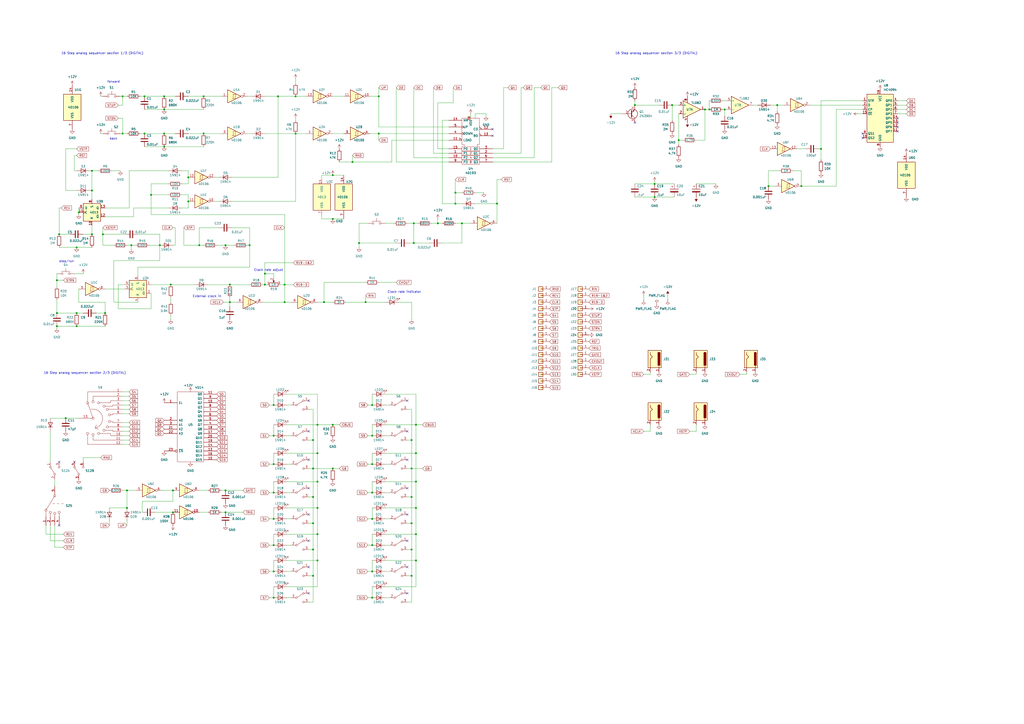
<source format=kicad_sch>
(kicad_sch (version 20211123) (generator eeschema)
  (paper "A2")
  (junction (at 184.15 246.38))
  (junction (at 158.75 331.47))
  (junction (at 95.25 85.09))
  (junction (at 193.04 271.78))
  (junction (at 215.9 269.24))
  (junction (at 184.15 262.89))
  (junction (at 219.71 55.88))
  (junction (at 165.1 165.1))
  (junction (at 92.71 142.24))
  (junction (at 379.73 114.3))
  (junction (at 158.75 316.23))
  (junction (at 181.61 288.29))
  (junction (at 53.34 110.49))
  (junction (at 118.11 77.47))
  (junction (at 181.61 255.27))
  (junction (at 193.04 101.6))
  (junction (at 83.82 77.47))
  (junction (at 38.1 242.57))
  (junction (at 238.76 288.29))
  (junction (at 71.12 77.47))
  (junction (at 193.04 127))
  (junction (at 238.76 271.78))
  (junction (at 241.3 325.12))
  (junction (at 95.25 55.88))
  (junction (at 71.12 55.88))
  (junction (at 100.33 284.48))
  (junction (at 73.66 284.48))
  (junction (at 411.48 63.5))
  (junction (at 445.77 107.95))
  (junction (at 238.76 255.27))
  (junction (at 133.35 175.26))
  (junction (at 184.15 294.64))
  (junction (at 238.76 318.77))
  (junction (at 215.9 346.71))
  (junction (at 267.97 129.54))
  (junction (at 161.29 55.88))
  (junction (at 33.02 181.61))
  (junction (at 181.61 303.53))
  (junction (at 241.3 309.88))
  (junction (at 158.75 300.99))
  (junction (at 44.45 189.23))
  (junction (at 215.9 234.95))
  (junction (at 158.75 346.71))
  (junction (at 215.9 300.99))
  (junction (at 171.45 55.88))
  (junction (at 158.75 285.75))
  (junction (at 73.66 294.64))
  (junction (at 464.82 107.95))
  (junction (at 158.75 252.73))
  (junction (at 109.22 102.87))
  (junction (at 187.96 175.26))
  (junction (at 264.16 118.11))
  (junction (at 181.61 271.78))
  (junction (at 184.15 325.12))
  (junction (at 133.35 165.1))
  (junction (at 420.37 63.5))
  (junction (at 59.69 135.89))
  (junction (at 130.81 284.48))
  (junction (at 212.09 175.26))
  (junction (at 87.63 113.03))
  (junction (at 44.45 143.51))
  (junction (at 144.78 142.24))
  (junction (at 60.96 181.61))
  (junction (at 153.67 158.75))
  (junction (at 115.57 142.24))
  (junction (at 171.45 77.47))
  (junction (at 33.02 162.56))
  (junction (at 476.25 86.36))
  (junction (at 181.61 318.77))
  (junction (at 53.34 135.89))
  (junction (at 241.3 246.38))
  (junction (at 181.61 334.01))
  (junction (at 219.71 77.47))
  (junction (at 53.34 99.06))
  (junction (at 393.7 81.28))
  (junction (at 158.75 234.95))
  (junction (at 238.76 334.01))
  (junction (at 130.81 142.24))
  (junction (at 100.33 297.18))
  (junction (at 215.9 285.75))
  (junction (at 95.25 63.5))
  (junction (at 165.1 175.26))
  (junction (at 254 129.54))
  (junction (at 204.47 93.98))
  (junction (at 241.3 294.64))
  (junction (at 288.29 118.11))
  (junction (at 215.9 331.47))
  (junction (at 184.15 279.4))
  (junction (at 241.3 279.4))
  (junction (at 45.72 123.19))
  (junction (at 95.25 77.47))
  (junction (at 379.73 106.68))
  (junction (at 184.15 309.88))
  (junction (at 241.3 262.89))
  (junction (at 76.2 142.24))
  (junction (at 208.28 140.97))
  (junction (at 158.75 269.24))
  (junction (at 153.67 165.1))
  (junction (at 215.9 252.73))
  (junction (at 238.76 303.53))
  (junction (at 109.22 116.84))
  (junction (at 215.9 316.23))
  (junction (at 130.81 297.18))
  (junction (at 408.94 63.5))
  (junction (at 450.85 60.96))
  (junction (at 389.89 60.96))
  (junction (at 33.02 189.23))
  (junction (at 240.03 140.97))
  (junction (at 99.06 165.1))
  (junction (at 193.04 246.38))
  (junction (at 118.11 55.88))
  (junction (at 83.82 55.88))
  (junction (at 44.45 181.61))
  (junction (at 240.03 129.54))
  (junction (at 368.3 60.96))
  (junction (at 34.29 135.89))
  (junction (at 264.16 111.76))
  (no_connect (at 520.7 71.12))
  (no_connect (at 520.7 73.66))
  (no_connect (at 520.7 68.58))
  (no_connect (at 520.7 76.2))
  (no_connect (at 500.38 77.47))
  (no_connect (at 500.38 80.01))
  (no_connect (at 34.29 267.97))
  (no_connect (at 43.18 267.97))
  (no_connect (at 236.22 232.41))
  (no_connect (at 179.07 232.41))
  (no_connect (at 34.29 304.8))
  (no_connect (at 179.07 266.7))
  (no_connect (at 179.07 250.19))
  (no_connect (at 179.07 328.93))
  (no_connect (at 179.07 344.17))
  (no_connect (at 179.07 313.69))
  (no_connect (at 179.07 298.45))
  (no_connect (at 179.07 283.21))
  (no_connect (at 236.22 328.93))
  (no_connect (at 236.22 313.69))
  (no_connect (at 236.22 344.17))
  (no_connect (at 236.22 298.45))
  (no_connect (at 236.22 266.7))
  (no_connect (at 236.22 283.21))
  (no_connect (at 236.22 250.19))
  (no_connect (at 368.3 71.12))
  (no_connect (at 285.75 78.74))
  (no_connect (at 285.75 74.93))
  (wire (pts (xy 156.21 300.99) (xy 158.75 300.99)))
  (wire (pts (xy 87.63 170.18) (xy 87.63 179.07)))
  (wire (pts (xy 58.42 55.88) (xy 59.69 55.88)))
  (wire (pts (xy 520.7 58.42) (xy 525.78 58.42)))
  (wire (pts (xy 34.29 143.51) (xy 44.45 143.51)))
  (wire (pts (xy 158.75 228.6) (xy 158.75 234.95)))
  (wire (pts (xy 74.93 120.65) (xy 74.93 99.06)))
  (wire (pts (xy 158.75 294.64) (xy 158.75 300.99)))
  (wire (pts (xy 377.19 246.38) (xy 377.19 250.19)))
  (wire (pts (xy 100.33 142.24) (xy 101.6 142.24)))
  (wire (pts (xy 240.03 91.44) (xy 260.35 91.44)))
  (wire (pts (xy 59.69 132.08) (xy 59.69 135.89)))
  (wire (pts (xy 73.66 142.24) (xy 76.2 142.24)))
  (wire (pts (xy 71.12 232.41) (xy 74.93 232.41)))
  (wire (pts (xy 223.52 285.75) (xy 226.06 285.75)))
  (wire (pts (xy 80.01 135.89) (xy 92.71 135.89)))
  (wire (pts (xy 184.15 262.89) (xy 184.15 279.4)))
  (wire (pts (xy 186.69 104.14) (xy 186.69 101.6)))
  (wire (pts (xy 44.45 86.36) (xy 38.1 86.36)))
  (wire (pts (xy 171.45 55.88) (xy 177.8 55.88)))
  (wire (pts (xy 285.75 88.9) (xy 302.26 88.9)))
  (wire (pts (xy 33.02 162.56) (xy 36.83 162.56)))
  (wire (pts (xy 238.76 288.29) (xy 238.76 303.53)))
  (wire (pts (xy 43.18 99.06) (xy 44.45 99.06)))
  (wire (pts (xy 219.71 73.66) (xy 260.35 73.66)))
  (wire (pts (xy 71.12 227.33) (xy 74.93 227.33)))
  (wire (pts (xy 285.75 93.98) (xy 320.04 93.98)))
  (wire (pts (xy 292.1 86.36) (xy 292.1 50.8)))
  (wire (pts (xy 45.72 120.65) (xy 45.72 123.19)))
  (wire (pts (xy 166.37 279.4) (xy 184.15 279.4)))
  (wire (pts (xy 129.54 175.26) (xy 133.35 175.26)))
  (wire (pts (xy 38.1 242.57) (xy 45.72 242.57)))
  (wire (pts (xy 166.37 246.38) (xy 184.15 246.38)))
  (wire (pts (xy 53.34 110.49) (xy 53.34 115.57)))
  (wire (pts (xy 66.04 151.13) (xy 92.71 151.13)))
  (wire (pts (xy 368.3 60.96) (xy 382.27 60.96)))
  (wire (pts (xy 354.33 66.04) (xy 360.68 66.04)))
  (wire (pts (xy 81.28 55.88) (xy 83.82 55.88)))
  (wire (pts (xy 53.34 130.81) (xy 53.34 135.89)))
  (wire (pts (xy 171.45 45.72) (xy 171.45 48.26)))
  (wire (pts (xy 267.97 140.97) (xy 256.54 140.97)))
  (wire (pts (xy 106.68 132.08) (xy 106.68 142.24)))
  (wire (pts (xy 215.9 279.4) (xy 215.9 285.75)))
  (wire (pts (xy 241.3 309.88) (xy 241.3 325.12)))
  (wire (pts (xy 71.12 55.88) (xy 73.66 55.88)))
  (wire (pts (xy 186.69 127) (xy 186.69 124.46)))
  (wire (pts (xy 219.71 55.88) (xy 219.71 73.66)))
  (wire (pts (xy 379.73 106.68) (xy 391.16 106.68)))
  (wire (pts (xy 26.67 304.8) (xy 26.67 309.88)))
  (wire (pts (xy 387.35 171.45) (xy 387.35 173.99)))
  (wire (pts (xy 158.75 309.88) (xy 158.75 316.23)))
  (wire (pts (xy 31.75 304.8) (xy 31.75 317.5)))
  (wire (pts (xy 186.69 101.6) (xy 193.04 101.6)))
  (wire (pts (xy 64.77 99.06) (xy 69.85 99.06)))
  (wire (pts (xy 181.61 237.49) (xy 181.61 255.27)))
  (wire (pts (xy 38.1 86.36) (xy 38.1 110.49)))
  (wire (pts (xy 238.76 271.78) (xy 238.76 288.29)))
  (wire (pts (xy 165.1 165.1) (xy 170.18 165.1)))
  (wire (pts (xy 227.33 81.28) (xy 227.33 93.98)))
  (wire (pts (xy 53.34 99.06) (xy 57.15 99.06)))
  (wire (pts (xy 377.19 215.9) (xy 377.19 217.17)))
  (wire (pts (xy 215.9 325.12) (xy 215.9 331.47)))
  (wire (pts (xy 208.28 140.97) (xy 208.28 143.51)))
  (wire (pts (xy 273.05 66.04) (xy 273.05 68.58)))
  (wire (pts (xy 76.2 142.24) (xy 78.74 142.24)))
  (wire (pts (xy 393.7 81.28) (xy 393.7 83.82)))
  (wire (pts (xy 71.12 229.87) (xy 74.93 229.87)))
  (wire (pts (xy 134.62 132.08) (xy 144.78 132.08)))
  (wire (pts (xy 90.17 297.18) (xy 100.33 297.18)))
  (wire (pts (xy 77.47 125.73) (xy 77.47 120.65)))
  (wire (pts (xy 223.52 331.47) (xy 226.06 331.47)))
  (wire (pts (xy 403.86 106.68) (xy 415.29 106.68)))
  (wire (pts (xy 236.22 271.78) (xy 238.76 271.78)))
  (wire (pts (xy 238.76 237.49) (xy 238.76 255.27)))
  (wire (pts (xy 71.12 247.65) (xy 74.93 247.65)))
  (wire (pts (xy 184.15 279.4) (xy 184.15 294.64)))
  (wire (pts (xy 80.01 175.26) (xy 66.04 175.26)))
  (wire (pts (xy 29.21 250.19) (xy 29.21 267.97)))
  (wire (pts (xy 254 59.69) (xy 254 86.36)))
  (wire (pts (xy 238.76 318.77) (xy 238.76 334.01)))
  (wire (pts (xy 179.07 303.53) (xy 181.61 303.53)))
  (wire (pts (xy 256.54 118.11) (xy 264.16 118.11)))
  (wire (pts (xy 109.22 113.03) (xy 109.22 116.84)))
  (wire (pts (xy 184.15 309.88) (xy 184.15 325.12)))
  (wire (pts (xy 238.76 255.27) (xy 238.76 271.78)))
  (wire (pts (xy 97.79 106.68) (xy 87.63 106.68)))
  (wire (pts (xy 389.89 60.96) (xy 389.89 69.85)))
  (wire (pts (xy 60.96 175.26) (xy 60.96 181.61)))
  (wire (pts (xy 302.26 50.8) (xy 303.53 50.8)))
  (wire (pts (xy 184.15 228.6) (xy 184.15 246.38)))
  (wire (pts (xy 469.9 60.96) (xy 500.38 60.96)))
  (wire (pts (xy 184.15 294.64) (xy 184.15 309.88)))
  (wire (pts (xy 260.35 88.9) (xy 251.46 88.9)))
  (wire (pts (xy 240.03 50.8) (xy 240.03 91.44)))
  (wire (pts (xy 33.02 189.23) (xy 33.02 190.5)))
  (wire (pts (xy 373.38 250.19) (xy 377.19 250.19)))
  (wire (pts (xy 133.35 172.72) (xy 133.35 175.26)))
  (wire (pts (xy 281.94 66.04) (xy 281.94 67.31)))
  (wire (pts (xy 99.06 172.72) (xy 99.06 175.26)))
  (wire (pts (xy 52.07 99.06) (xy 53.34 99.06)))
  (wire (pts (xy 31.75 278.13) (xy 31.75 281.94)))
  (wire (pts (xy 447.04 60.96) (xy 450.85 60.96)))
  (wire (pts (xy 171.45 68.58) (xy 171.45 69.85)))
  (wire (pts (xy 71.12 77.47) (xy 73.66 77.47)))
  (wire (pts (xy 106.68 142.24) (xy 115.57 142.24)))
  (wire (pts (xy 71.12 250.19) (xy 74.93 250.19)))
  (wire (pts (xy 368.3 114.3) (xy 379.73 114.3)))
  (wire (pts (xy 241.3 228.6) (xy 241.3 246.38)))
  (wire (pts (xy 208.28 129.54) (xy 208.28 140.97)))
  (wire (pts (xy 63.5 302.26) (xy 63.5 304.8)))
  (wire (pts (xy 171.45 77.47) (xy 177.8 77.47)))
  (wire (pts (xy 219.71 163.83) (xy 229.87 163.83)))
  (wire (pts (xy 215.9 340.36) (xy 215.9 346.71)))
  (wire (pts (xy 213.36 234.95) (xy 215.9 234.95)))
  (wire (pts (xy 156.21 331.47) (xy 158.75 331.47)))
  (wire (pts (xy 419.1 63.5) (xy 420.37 63.5)))
  (wire (pts (xy 179.07 318.77) (xy 181.61 318.77)))
  (wire (pts (xy 187.96 175.26) (xy 193.04 175.26)))
  (wire (pts (xy 153.67 158.75) (xy 158.75 158.75)))
  (wire (pts (xy 285.75 91.44) (xy 309.88 91.44)))
  (wire (pts (xy 48.26 267.97) (xy 48.26 265.43)))
  (wire (pts (xy 403.86 250.19) (xy 403.86 246.38)))
  (wire (pts (xy 267.97 129.54) (xy 273.05 129.54)))
  (wire (pts (xy 153.67 165.1) (xy 153.67 158.75)))
  (wire (pts (xy 445.77 107.95) (xy 449.58 107.95)))
  (wire (pts (xy 153.67 55.88) (xy 161.29 55.88)))
  (wire (pts (xy 223.52 325.12) (xy 241.3 325.12)))
  (wire (pts (xy 33.02 173.99) (xy 33.02 181.61)))
  (wire (pts (xy 436.88 60.96) (xy 439.42 60.96)))
  (wire (pts (xy 184.15 175.26) (xy 187.96 175.26)))
  (wire (pts (xy 133.35 165.1) (xy 144.78 165.1)))
  (wire (pts (xy 87.63 113.03) (xy 97.79 113.03)))
  (wire (pts (xy 43.18 90.17) (xy 43.18 99.06)))
  (wire (pts (xy 403.86 81.28) (xy 408.94 81.28)))
  (wire (pts (xy 181.61 255.27) (xy 181.61 271.78)))
  (wire (pts (xy 80.01 154.94) (xy 144.78 154.94)))
  (wire (pts (xy 179.07 334.01) (xy 181.61 334.01)))
  (wire (pts (xy 125.73 142.24) (xy 130.81 142.24)))
  (wire (pts (xy 223.52 246.38) (xy 241.3 246.38)))
  (wire (pts (xy 152.4 165.1) (xy 153.67 165.1)))
  (wire (pts (xy 34.29 135.89) (xy 34.29 120.65)))
  (wire (pts (xy 58.42 77.47) (xy 59.69 77.47)))
  (wire (pts (xy 66.04 142.24) (xy 59.69 142.24)))
  (wire (pts (xy 212.09 175.26) (xy 223.52 175.26)))
  (wire (pts (xy 76.2 142.24) (xy 76.2 144.78)))
  (wire (pts (xy 187.96 175.26) (xy 187.96 163.83)))
  (wire (pts (xy 184.15 340.36) (xy 166.37 340.36)))
  (wire (pts (xy 45.72 123.19) (xy 45.72 124.46)))
  (wire (pts (xy 71.12 234.95) (xy 74.93 234.95)))
  (wire (pts (xy 267.97 129.54) (xy 267.97 140.97)))
  (wire (pts (xy 158.75 325.12) (xy 158.75 331.47)))
  (wire (pts (xy 368.3 106.68) (xy 379.73 106.68)))
  (wire (pts (xy 143.51 55.88) (xy 146.05 55.88)))
  (wire (pts (xy 92.71 142.24) (xy 86.36 142.24)))
  (wire (pts (xy 275.59 68.58) (xy 275.59 66.04)))
  (wire (pts (xy 158.75 262.89) (xy 158.75 269.24)))
  (wire (pts (xy 38.1 110.49) (xy 44.45 110.49)))
  (wire (pts (xy 309.88 50.8) (xy 313.69 50.8)))
  (wire (pts (xy 213.36 331.47) (xy 215.9 331.47)))
  (wire (pts (xy 223.52 294.64) (xy 241.3 294.64)))
  (wire (pts (xy 219.71 50.8) (xy 219.71 55.88)))
  (wire (pts (xy 459.74 99.06) (xy 464.82 99.06)))
  (wire (pts (xy 69.85 77.47) (xy 71.12 77.47)))
  (wire (pts (xy 87.63 124.46) (xy 165.1 124.46)))
  (wire (pts (xy 73.66 284.48) (xy 73.66 294.64)))
  (wire (pts (xy 95.25 63.5) (xy 118.11 63.5)))
  (wire (pts (xy 433.07 217.17) (xy 433.07 215.9)))
  (wire (pts (xy 241.3 279.4) (xy 241.3 294.64)))
  (wire (pts (xy 95.25 85.09) (xy 118.11 85.09)))
  (wire (pts (xy 166.37 285.75) (xy 168.91 285.75)))
  (wire (pts (xy 179.07 271.78) (xy 181.61 271.78)))
  (wire (pts (xy 288.29 118.11) (xy 288.29 104.14)))
  (wire (pts (xy 254 129.54) (xy 256.54 129.54)))
  (wire (pts (xy 115.57 132.08) (xy 115.57 142.24)))
  (wire (pts (xy 264.16 104.14) (xy 264.16 111.76)))
  (wire (pts (xy 241.3 294.64) (xy 241.3 309.88)))
  (wire (pts (xy 213.36 316.23) (xy 215.9 316.23)))
  (wire (pts (xy 238.76 349.25) (xy 236.22 349.25)))
  (wire (pts (xy 497.84 66.04) (xy 500.38 66.04)))
  (wire (pts (xy 93.98 284.48) (xy 100.33 284.48)))
  (wire (pts (xy 156.21 234.95) (xy 158.75 234.95)))
  (wire (pts (xy 144.78 154.94) (xy 144.78 142.24)))
  (wire (pts (xy 71.12 257.81) (xy 74.93 257.81)))
  (wire (pts (xy 181.61 288.29) (xy 181.61 303.53)))
  (wire (pts (xy 45.72 175.26) (xy 60.96 175.26)))
  (wire (pts (xy 181.61 334.01) (xy 181.61 349.25)))
  (wire (pts (xy 73.66 302.26) (xy 73.66 304.8)))
  (wire (pts (xy 128.27 284.48) (xy 130.81 284.48)))
  (wire (pts (xy 109.22 55.88) (xy 118.11 55.88)))
  (wire (pts (xy 223.52 228.6) (xy 241.3 228.6)))
  (wire (pts (xy 223.52 252.73) (xy 226.06 252.73)))
  (wire (pts (xy 213.36 269.24) (xy 215.9 269.24)))
  (wire (pts (xy 29.21 242.57) (xy 38.1 242.57)))
  (wire (pts (xy 156.21 285.75) (xy 158.75 285.75)))
  (wire (pts (xy 95.25 55.88) (xy 101.6 55.88)))
  (wire (pts (xy 34.29 120.65) (xy 35.56 120.65)))
  (wire (pts (xy 83.82 55.88) (xy 95.25 55.88)))
  (wire (pts (xy 500.38 63.5) (xy 485.14 63.5)))
  (wire (pts (xy 87.63 165.1) (xy 99.06 165.1)))
  (wire (pts (xy 68.58 165.1) (xy 72.39 165.1)))
  (wire (pts (xy 109.22 120.65) (xy 105.41 120.65)))
  (wire (pts (xy 101.6 142.24) (xy 101.6 132.08)))
  (wire (pts (xy 81.28 77.47) (xy 83.82 77.47)))
  (wire (pts (xy 60.96 120.65) (xy 74.93 120.65)))
  (wire (pts (xy 109.22 116.84) (xy 109.22 120.65)))
  (wire (pts (xy 63.5 294.64) (xy 73.66 294.64)))
  (wire (pts (xy 87.63 106.68) (xy 87.63 113.03)))
  (wire (pts (xy 267.97 118.11) (xy 264.16 118.11)))
  (wire (pts (xy 153.67 165.1) (xy 154.94 165.1)))
  (wire (pts (xy 288.29 104.14) (xy 290.83 104.14)))
  (wire (pts (xy 124.46 102.87) (xy 127 102.87)))
  (wire (pts (xy 204.47 90.17) (xy 204.47 93.98)))
  (wire (pts (xy 166.37 294.64) (xy 184.15 294.64)))
  (wire (pts (xy 193.04 55.88) (xy 199.39 55.88)))
  (wire (pts (xy 393.7 66.04) (xy 393.7 81.28)))
  (wire (pts (xy 83.82 77.47) (xy 95.25 77.47)))
  (wire (pts (xy 161.29 102.87) (xy 134.62 102.87)))
  (wire (pts (xy 87.63 179.07) (xy 68.58 179.07)))
  (wire (pts (xy 450.85 60.96) (xy 450.85 64.77)))
  (wire (pts (xy 100.33 290.83) (xy 100.33 284.48)))
  (wire (pts (xy 144.78 132.08) (xy 144.78 142.24)))
  (wire (pts (xy 219.71 77.47) (xy 219.71 81.28)))
  (wire (pts (xy 368.3 58.42) (xy 368.3 60.96)))
  (wire (pts (xy 193.04 246.38) (xy 196.85 246.38)))
  (wire (pts (xy 53.34 110.49) (xy 52.07 110.49)))
  (wire (pts (xy 260.35 93.98) (xy 229.87 93.98)))
  (wire (pts (xy 166.37 316.23) (xy 168.91 316.23)))
  (wire (pts (xy 264.16 111.76) (xy 267.97 111.76)))
  (wire (pts (xy 420.37 63.5) (xy 421.64 63.5)))
  (wire (pts (xy 238.76 175.26) (xy 238.76 185.42)))
  (wire (pts (xy 74.93 99.06) (xy 97.79 99.06)))
  (wire (pts (xy 171.45 116.84) (xy 134.62 116.84)))
  (wire (pts (xy 87.63 113.03) (xy 87.63 124.46)))
  (wire (pts (xy 181.61 349.25) (xy 179.07 349.25)))
  (wire (pts (xy 82.55 297.18) (xy 82.55 290.83)))
  (wire (pts (xy 236.22 255.27) (xy 238.76 255.27)))
  (wire (pts (xy 213.36 346.71) (xy 215.9 346.71)))
  (wire (pts (xy 165.1 165.1) (xy 162.56 165.1)))
  (wire (pts (xy 31.75 317.5) (xy 36.83 317.5)))
  (wire (pts (xy 166.37 228.6) (xy 184.15 228.6)))
  (wire (pts (xy 109.22 77.47) (xy 118.11 77.47)))
  (wire (pts (xy 223.52 316.23) (xy 226.06 316.23)))
  (wire (pts (xy 127 132.08) (xy 115.57 132.08)))
  (wire (pts (xy 55.88 181.61) (xy 60.96 181.61)))
  (wire (pts (xy 215.9 246.38) (xy 215.9 252.73)))
  (wire (pts (xy 95.25 77.47) (xy 101.6 77.47)))
  (wire (pts (xy 223.52 300.99) (xy 226.06 300.99)))
  (wire (pts (xy 212.09 171.45) (xy 212.09 175.26)))
  (wire (pts (xy 223.52 129.54) (xy 228.6 129.54)))
  (wire (pts (xy 133.35 175.26) (xy 137.16 175.26)))
  (wire (pts (xy 214.63 55.88) (xy 219.71 55.88)))
  (wire (pts (xy 238.76 271.78) (xy 245.11 271.78)))
  (wire (pts (xy 275.59 118.11) (xy 288.29 118.11)))
  (wire (pts (xy 229.87 93.98) (xy 229.87 50.8)))
  (wire (pts (xy 143.51 77.47) (xy 146.05 77.47)))
  (wire (pts (xy 389.89 60.96) (xy 393.7 60.96)))
  (wire (pts (xy 476.25 86.36) (xy 476.25 92.71)))
  (wire (pts (xy 45.72 167.64) (xy 45.72 175.26)))
  (wire (pts (xy 181.61 303.53) (xy 181.61 318.77)))
  (wire (pts (xy 109.22 99.06) (xy 109.22 102.87)))
  (wire (pts (xy 292.1 50.8) (xy 294.64 50.8)))
  (wire (pts (xy 118.11 77.47) (xy 128.27 77.47)))
  (wire (pts (xy 48.26 135.89) (xy 53.34 135.89)))
  (wire (pts (xy 133.35 177.8) (xy 133.35 175.26)))
  (wire (pts (xy 153.67 158.75) (xy 153.67 152.4)))
  (wire (pts (xy 215.9 228.6) (xy 215.9 234.95)))
  (wire (pts (xy 165.1 124.46) (xy 165.1 165.1)))
  (wire (pts (xy 379.73 105.41) (xy 379.73 106.68)))
  (wire (pts (xy 71.12 60.96) (xy 71.12 55.88)))
  (wire (pts (xy 393.7 81.28) (xy 396.24 81.28)))
  (wire (pts (xy 400.05 250.19) (xy 403.86 250.19)))
  (wire (pts (xy 161.29 55.88) (xy 171.45 55.88)))
  (wire (pts (xy 400.05 217.17) (xy 403.86 217.17)))
  (wire (pts (xy 101.6 132.08) (xy 100.33 132.08)))
  (wire (pts (xy 193.04 101.6) (xy 199.39 101.6)))
  (wire (pts (xy 115.57 142.24) (xy 118.11 142.24)))
  (wire (pts (xy 420.37 63.5) (xy 420.37 67.31)))
  (wire (pts (xy 193.04 127) (xy 186.69 127)))
  (wire (pts (xy 33.02 181.61) (xy 44.45 181.61)))
  (wire (pts (xy 59.69 142.24) (xy 59.69 135.89)))
  (wire (pts (xy 105.41 113.03) (xy 109.22 113.03)))
  (wire (pts (xy 236.22 318.77) (xy 238.76 318.77)))
  (wire (pts (xy 130.81 142.24) (xy 135.89 142.24)))
  (wire (pts (xy 223.52 279.4) (xy 241.3 279.4)))
  (wire (pts (xy 223.52 269.24) (xy 226.06 269.24)))
  (wire (pts (xy 109.22 106.68) (xy 105.41 106.68)))
  (wire (pts (xy 223.52 262.89) (xy 241.3 262.89)))
  (wire (pts (xy 213.36 252.73) (xy 215.9 252.73)))
  (wire (pts (xy 215.9 262.89) (xy 215.9 269.24)))
  (wire (pts (xy 464.82 99.06) (xy 464.82 107.95)))
  (wire (pts (xy 161.29 55.88) (xy 161.29 102.87)))
  (wire (pts (xy 215.9 294.64) (xy 215.9 300.99)))
  (wire (pts (xy 181.61 318.77) (xy 181.61 334.01)))
  (wire (pts (xy 69.85 55.88) (xy 71.12 55.88)))
  (wire (pts (xy 82.55 290.83) (xy 100.33 290.83)))
  (wire (pts (xy 158.75 279.4) (xy 158.75 285.75)))
  (wire (pts (xy 236.22 288.29) (xy 238.76 288.29)))
  (wire (pts (xy 44.45 90.17) (xy 43.18 90.17)))
  (wire (pts (xy 166.37 309.88) (xy 184.15 309.88)))
  (wire (pts (xy 250.19 129.54) (xy 254 129.54)))
  (wire (pts (xy 153.67 77.47) (xy 171.45 77.47)))
  (wire (pts (xy 153.67 152.4) (xy 170.18 152.4)))
  (wire (pts (xy 184.15 325.12) (xy 184.15 340.36)))
  (wire (pts (xy 60.96 125.73) (xy 77.47 125.73)))
  (wire (pts (xy 184.15 246.38) (xy 193.04 246.38)))
  (wire (pts (xy 476.25 58.42) (xy 500.38 58.42)))
  (wire (pts (xy 200.66 175.26) (xy 212.09 175.26)))
  (wire (pts (xy 196.85 93.98) (xy 204.47 93.98)))
  (wire (pts (xy 254 86.36) (xy 260.35 86.36)))
  (wire (pts (xy 184.15 246.38) (xy 184.15 262.89)))
  (wire (pts (xy 264.16 129.54) (xy 267.97 129.54)))
  (wire (pts (xy 445.77 107.95) (xy 445.77 99.06)))
  (wire (pts (xy 223.52 346.71) (xy 226.06 346.71)))
  (wire (pts (xy 476.25 86.36) (xy 476.25 58.42)))
  (wire (pts (xy 187.96 163.83) (xy 212.09 163.83)))
  (wire (pts (xy 411.48 58.42) (xy 411.48 63.5)))
  (wire (pts (xy 166.37 346.71) (xy 168.91 346.71)))
  (wire (pts (xy 43.18 158.75) (xy 48.26 158.75)))
  (wire (pts (xy 450.85 60.96) (xy 454.66 60.96)))
  (wire (pts (xy 158.75 246.38) (xy 158.75 252.73)))
  (wire (pts (xy 166.37 331.47) (xy 168.91 331.47)))
  (wire (pts (xy 213.36 285.75) (xy 215.9 285.75)))
  (wire (pts (xy 158.75 340.36) (xy 158.75 346.71)))
  (wire (pts (xy 124.46 116.84) (xy 127 116.84)))
  (wire (pts (xy 165.1 175.26) (xy 168.91 175.26)))
  (wire (pts (xy 166.37 252.73) (xy 168.91 252.73)))
  (wire (pts (xy 44.45 189.23) (xy 60.96 189.23)))
  (wire (pts (xy 33.02 162.56) (xy 33.02 166.37)))
  (wire (pts (xy 238.76 334.01) (xy 238.76 349.25)))
  (wire (pts (xy 68.58 68.58) (xy 71.12 68.58)))
  (wire (pts (xy 179.07 255.27) (xy 181.61 255.27)))
  (wire (pts (xy 105.41 99.06) (xy 109.22 99.06)))
  (wire (pts (xy 120.65 165.1) (xy 133.35 165.1)))
  (wire (pts (xy 68.58 179.07) (xy 68.58 165.1)))
  (wire (pts (xy 204.47 93.98) (xy 227.33 93.98)))
  (wire (pts (xy 99.06 165.1) (xy 113.03 165.1)))
  (wire (pts (xy 179.07 288.29) (xy 181.61 288.29)))
  (wire (pts (xy 214.63 77.47) (xy 219.71 77.47)))
  (wire (pts (xy 520.7 63.5) (xy 525.78 63.5)))
  (wire (pts (xy 256.54 69.85) (xy 256.54 118.11)))
  (wire (pts (xy 71.12 240.03) (xy 74.93 240.03)))
  (wire (pts (xy 241.3 246.38) (xy 245.11 246.38)))
  (wire (pts (xy 83.82 85.09) (xy 95.25 85.09)))
  (wire (pts (xy 231.14 175.26) (xy 238.76 175.26)))
  (wire (pts (xy 213.36 129.54) (xy 208.28 129.54)))
  (wire (pts (xy 166.37 234.95) (xy 168.91 234.95)))
  (wire (pts (xy 34.29 135.89) (xy 40.64 135.89)))
  (wire (pts (xy 373.38 171.45) (xy 373.38 173.99)))
  (wire (pts (xy 309.88 91.44) (xy 309.88 50.8)))
  (wire (pts (xy 260.35 81.28) (xy 227.33 81.28)))
  (wire (pts (xy 223.52 234.95) (xy 226.06 234.95)))
  (wire (pts (xy 60.96 167.64) (xy 72.39 167.64)))
  (wire (pts (xy 68.58 60.96) (xy 71.12 60.96)))
  (wire (pts (xy 474.98 86.36) (xy 476.25 86.36)))
  (wire (pts (xy 166.37 325.12) (xy 184.15 325.12)))
  (wire (pts (xy 236.22 237.49) (xy 238.76 237.49)))
  (wire (pts (xy 302.26 88.9) (xy 302.26 50.8)))
  (wire (pts (xy 520.7 60.96) (xy 525.78 60.96)))
  (wire (pts (xy 48.26 265.43) (xy 58.42 265.43)))
  (wire (pts (xy 29.21 304.8) (xy 29.21 313.69)))
  (wire (pts (xy 92.71 151.13) (xy 92.71 142.24)))
  (wire (pts (xy 241.3 340.36) (xy 223.52 340.36)))
  (wire (pts (xy 236.22 303.53) (xy 238.76 303.53)))
  (wire (pts (xy 215.9 309.88) (xy 215.9 316.23)))
  (wire (pts (xy 485.14 107.95) (xy 464.82 107.95)))
  (wire (pts (xy 238.76 303.53) (xy 238.76 318.77)))
  (wire (pts (xy 53.34 99.06) (xy 53.34 110.49)))
  (wire (pts (xy 44.45 143.51) (xy 53.34 143.51)))
  (wire (pts (xy 99.06 182.88) (xy 99.06 185.42)))
  (wire (pts (xy 241.3 325.12) (xy 241.3 340.36)))
  (wire (pts (xy 373.38 217.17) (xy 377.19 217.17)))
  (wire (pts (xy 408.94 63.5) (xy 411.48 63.5)))
  (wire (pts (xy 156.21 252.73) (xy 158.75 252.73)))
  (wire (pts (xy 44.45 181.61) (xy 48.26 181.61)))
  (wire (pts (xy 236.22 129.54) (xy 240.03 129.54)))
  (wire (pts (xy 158.75 158.75) (xy 158.75 161.29)))
  (wire (pts (xy 445.77 99.06) (xy 452.12 99.06)))
  (wire (pts (xy 240.03 129.54) (xy 240.03 140.97)))
  (wire (pts (xy 223.52 309.88) (xy 241.3 309.88)))
  (wire (pts (xy 144.78 142.24) (xy 143.51 142.24)))
  (wire (pts (xy 403.86 217.17) (xy 403.86 215.9)))
  (wire (pts (xy 320.04 50.8) (xy 323.85 50.8)))
  (wire (pts (xy 408.94 81.28) (xy 408.94 63.5)))
  (wire (pts (xy 71.12 284.48) (xy 73.66 284.48)))
  (wire (pts (xy 130.81 284.48) (xy 140.97 284.48)))
  (wire (pts (xy 92.71 135.89) (xy 92.71 142.24)))
  (wire (pts (xy 29.21 313.69) (xy 36.83 313.69)))
  (wire (pts (xy 26.67 309.88) (xy 36.83 309.88)))
  (wire (pts (xy 115.57 284.48) (xy 120.65 284.48)))
  (wire (pts (xy 33.02 158.75) (xy 33.02 162.56)))
  (wire (pts (xy 71.12 252.73) (xy 74.93 252.73)))
  (wire (pts (xy 275.59 66.04) (xy 281.94 66.04)))
  (wire (pts (xy 251.46 50.8) (xy 251.46 88.9)))
  (wire (pts (xy 429.26 217.17) (xy 433.07 217.17)))
  (wire (pts (xy 288.29 118.11) (xy 288.29 129.54)))
  (wire (pts (xy 485.14 63.5) (xy 485.14 107.95)))
  (wire (pts (xy 66.04 175.26) (xy 66.04 151.13)))
  (wire (pts (xy 379.73 114.3) (xy 391.16 114.3)))
  (wire (pts (xy 240.03 140.97) (xy 237.49 140.97)))
  (wire (pts (xy 240.03 129.54) (xy 242.57 129.54)))
  (wire (pts (xy 219.71 77.47) (xy 260.35 77.47)))
  (wire (pts (xy 285.75 86.36) (xy 292.1 86.36)))
  (wire (pts (xy 241.3 262.89) (xy 241.3 279.4)))
  (wire (pts (xy 462.28 86.36) (xy 467.36 86.36)))
  (wire (pts (xy 264.16 111.76) (xy 264.16 118.11)))
  (wire (pts (xy 59.69 135.89) (xy 72.39 135.89)))
  (wire (pts (xy 171.45 77.47) (xy 171.45 116.84)))
  (wire (pts (xy 71.12 237.49) (xy 74.93 237.49)))
  (wire (pts (xy 156.21 316.23) (xy 158.75 316.23)))
  (wire (pts (xy 179.07 237.49) (xy 181.61 237.49)))
  (wire (pts (xy 240.03 140.97) (xy 248.92 140.97)))
  (wire (pts (xy 109.22 102.87) (xy 109.22 106.68)))
  (wire (pts (xy 166.37 262.89) (xy 184.15 262.89)))
  (wire (pts (xy 193.04 77.47) (xy 199.39 77.47)))
  (wire (pts (xy 181.61 271.78) (xy 193.04 271.78)))
  (wire (pts (xy 152.4 175.26) (xy 165.1 175.26)))
  (wire (pts (xy 80.01 160.02) (xy 80.01 154.94)))
  (wire (pts (xy 262.89 50.8) (xy 262.89 59.69)))
  (wire (pts (xy 260.35 69.85) (xy 256.54 69.85)))
  (wire (pts (xy 166.37 269.24) (xy 168.91 269.24)))
  (wire (pts (xy 320.04 93.98) (xy 320.04 50.8)))
  (wire (pts (xy 71.12 68.58) (xy 71.12 77.47)))
  (wire (pts (xy 156.21 346.71) (xy 158.75 346.71)))
  (wire (pts (xy 83.82 63.5) (xy 95.25 63.5)))
  (wire (pts (xy 115.57 297.18) (xy 120.65 297.18)))
  (wire (pts (xy 166.37 300.99) (xy 168.91 300.99)))
  (wire (pts (xy 128.27 297.18) (xy 130.81 297.18)))
  (wire (pts (xy 208.28 140.97) (xy 229.87 140.97)))
  (wire (pts (xy 254 127) (xy 254 129.54)))
  (wire (pts (xy 275.59 111.76) (xy 280.67 111.76)))
  (wire (pts (xy 77.47 120.65) (xy 97.79 120.65)))
  (wire (pts (xy 71.12 245.11) (xy 74.93 245.11)))
  (wire (pts (xy 73.66 284.48) (xy 78.74 284.48)))
  (wire (pts (xy 33.02 189.23) (xy 44.45 189.23)))
  (wire (pts (xy 156.21 269.24) (xy 158.75 269.24)))
  (wire (pts (xy 71.12 255.27) (xy 74.93 255.27)))
  (wire (pts (xy 193.04 271.78) (xy 196.85 271.78)))
  (wire (pts (xy 520.7 66.04) (xy 525.78 66.04)))
  (wire (pts (xy 193.04 127) (xy 199.39 127)))
  (wire (pts (xy 213.36 300.99) (xy 215.9 300.99)))
  (wire (pts (xy 419.1 58.42) (xy 421.64 58.42)))
  (wire (pts (xy 181.61 271.78) (xy 181.61 288.29)))
  (wire (pts (xy 130.81 297.18) (xy 140.97 297.18)))
  (wire (pts (xy 241.3 246.38) (xy 241.3 262.89)))
  (wire (pts (xy 262.89 59.69) (xy 254 59.69)))
  (wire (pts (xy 236.22 334.01) (xy 238.76 334.01)))
  (wire (pts (xy 118.11 55.88) (xy 128.27 55.88)))
  (wire (pts (xy 165.1 175.26) (xy 165.1 165.1)))
  (text "Clock rate adjust" (at 147.32 157.48 0) (effects (font (size 1.27 1.27)) (justify left bottom)))
  (text "16 Step analog sequencer section 1/3 (DIGITAL)" (at 35.56 31.75 0) (effects (font (size 1.27 1.27)) (justify left bottom)))
  (text "16 Step analog sequencer section 2/3 (DIGITAL)" (at 25.4 217.17 0) (effects (font (size 1.27 1.27)) (justify left bottom)))
  (text "back" (at 63.5 81.28 0) (effects (font (size 1.27 1.27)) (justify left bottom)))
  (text "16 Step analog sequencer section 3/3 (DIGITAL)" (at 356.87 31.75 0) (effects (font (size 1.27 1.27)) (justify left bottom)))
  (text "forward" (at 62.23 48.26 0) (effects (font (size 1.27 1.27)) (justify left bottom)))
  (text "Clock rate indicator" (at 224.79 170.18 0) (effects (font (size 1.27 1.27)) (justify left bottom)))
  (text "stop/run\n" (at 34.29 152.4 0) (effects (font (size 1.27 1.27)) (justify left bottom)))
  (text "External clock in" (at 111.76 172.72 0) (effects (font (size 1.27 1.27)) (justify left bottom)))
  (global_label "S6" (shape input) (at 74.93 232.41 0) (property "Intersheet References" "${INTERSHEET_REFS}" (effects hide)))
  (global_label "R19-3" (shape input) (at 170.18 165.1 0) (property "Intersheet References" "${INTERSHEET_REFS}" (effects hide)))
  (global_label "GATE" (shape input) (at 400.05 217.17 180) (property "Intersheet References" "${INTERSHEET_REFS}" (effects hide)))
  (global_label "QA" (shape input) (at 95.25 243.84 180) (property "Intersheet References" "${INTERSHEET_REFS}" (effects hide)))
  (global_label "S14" (shape input) (at 125.73 264.16 0) (property "Intersheet References" "${INTERSHEET_REFS}" (effects hide)))
  (global_label "S11" (shape input) (at 213.36 285.75 180) (property "Intersheet References" "${INTERSHEET_REFS}" (effects hide)))
  (global_label "GATE" (shape input) (at 341.63 205.74 0) (property "Intersheet References" "${INTERSHEET_REFS}" (effects hide)))
  (global_label "S2" (shape input) (at 125.73 233.68 0) (property "Intersheet References" "${INTERSHEET_REFS}" (effects hide)))
  (global_label "RND" (shape input) (at 318.77 167.64 0) (property "Intersheet References" "${INTERSHEET_REFS}" (effects hide)))
  (global_label "STUP" (shape input) (at 68.58 60.96 180) (property "Intersheet References" "${INTERSHEET_REFS}" (effects hide)))
  (global_label "RST" (shape input) (at 341.63 198.12 0) (property "Intersheet References" "${INTERSHEET_REFS}" (effects hide)))
  (global_label "DB" (shape input) (at 525.78 60.96 0) (property "Intersheet References" "${INTERSHEET_REFS}" (effects hide)))
  (global_label "S10" (shape input) (at 213.36 269.24 180) (property "Intersheet References" "${INTERSHEET_REFS}" (effects hide)))
  (global_label "S14" (shape input) (at 74.93 255.27 0) (property "Intersheet References" "${INTERSHEET_REFS}" (effects hide)))
  (global_label "QB" (shape input) (at 303.53 50.8 0) (property "Intersheet References" "${INTERSHEET_REFS}" (effects hide)))
  (global_label "S5" (shape input) (at 125.73 241.3 0) (property "Intersheet References" "${INTERSHEET_REFS}" (effects hide)))
  (global_label "XSTP" (shape input) (at 341.63 217.17 0) (property "Intersheet References" "${INTERSHEET_REFS}" (effects hide)))
  (global_label "DA" (shape input) (at 525.78 58.42 0) (property "Intersheet References" "${INTERSHEET_REFS}" (effects hide)))
  (global_label "QA" (shape input) (at 294.64 50.8 0) (property "Intersheet References" "${INTERSHEET_REFS}" (effects hide)))
  (global_label "GB" (shape input) (at 63.5 284.48 180) (property "Intersheet References" "${INTERSHEET_REFS}" (effects hide)))
  (global_label "STRN" (shape input) (at 341.63 190.5 0) (property "Intersheet References" "${INTERSHEET_REFS}" (effects hide)))
  (global_label "S9" (shape input) (at 213.36 252.73 180) (property "Intersheet References" "${INTERSHEET_REFS}" (effects hide)))
  (global_label "QC" (shape input) (at 95.25 248.92 180) (property "Intersheet References" "${INTERSHEET_REFS}" (effects hide)))
  (global_label "S15" (shape input) (at 213.36 346.71 180) (property "Intersheet References" "${INTERSHEET_REFS}" (effects hide)))
  (global_label "S13" (shape input) (at 74.93 252.73 0) (property "Intersheet References" "${INTERSHEET_REFS}" (effects hide)))
  (global_label "RIN" (shape input) (at 341.63 167.64 0) (property "Intersheet References" "${INTERSHEET_REFS}" (effects hide)))
  (global_label "STUP" (shape input) (at 341.63 182.88 0) (property "Intersheet References" "${INTERSHEET_REFS}" (effects hide)))
  (global_label "REV" (shape input) (at 36.83 309.88 0) (property "Intersheet References" "${INTERSHEET_REFS}" (effects hide)))
  (global_label "STDN" (shape input) (at 341.63 186.69 0) (property "Intersheet References" "${INTERSHEET_REFS}" (effects hide)))
  (global_label "S10" (shape input) (at 74.93 245.11 0) (property "Intersheet References" "${INTERSHEET_REFS}" (effects hide)))
  (global_label "TRIG" (shape input) (at 140.97 297.18 0) (property "Intersheet References" "${INTERSHEET_REFS}" (effects hide)))
  (global_label "UP" (shape input) (at 219.71 50.8 0) (property "Intersheet References" "${INTERSHEET_REFS}" (effects hide)))
  (global_label "S6" (shape input) (at 318.77 190.5 0) (property "Intersheet References" "${INTERSHEET_REFS}" (effects hide)))
  (global_label "DC" (shape input) (at 240.03 50.8 0) (property "Intersheet References" "${INTERSHEET_REFS}" (effects hide)))
  (global_label "QD" (shape input) (at 323.85 50.8 0) (property "Intersheet References" "${INTERSHEET_REFS}" (effects hide)))
  (global_label "S0" (shape input) (at 156.21 234.95 180) (property "Intersheet References" "${INTERSHEET_REFS}" (effects hide)))
  (global_label "QD" (shape input) (at 95.25 251.46 180) (property "Intersheet References" "${INTERSHEET_REFS}" (effects hide)))
  (global_label "CBUS" (shape input) (at 196.85 246.38 0) (property "Intersheet References" "${INTERSHEET_REFS}" (effects hide)))
  (global_label "DN" (shape input) (at 219.71 81.28 0) (property "Intersheet References" "${INTERSHEET_REFS}" (effects hide)))
  (global_label "S14" (shape input) (at 318.77 220.98 0) (property "Intersheet References" "${INTERSHEET_REFS}" (effects hide)))
  (global_label "STP" (shape input) (at 318.77 179.07 0) (property "Intersheet References" "${INTERSHEET_REFS}" (effects hide)))
  (global_label "S8" (shape input) (at 318.77 198.12 0) (property "Intersheet References" "${INTERSHEET_REFS}" (effects hide)))
  (global_label "STP" (shape input) (at 106.68 132.08 0) (property "Intersheet References" "${INTERSHEET_REFS}" (effects hide)))
  (global_label "CKOUT" (shape input) (at 229.87 163.83 0) (property "Intersheet References" "${INTERSHEET_REFS}" (effects hide)))
  (global_label "S7" (shape input) (at 74.93 234.95 0) (property "Intersheet References" "${INTERSHEET_REFS}" (effects hide)))
  (global_label "R19-1&2" (shape input) (at 341.63 171.45 0) (property "Intersheet References" "${INTERSHEET_REFS}" (effects hide)))
  (global_label "S9" (shape input) (at 318.77 201.93 0) (property "Intersheet References" "${INTERSHEET_REFS}" (effects hide)))
  (global_label "QB" (shape input) (at 95.25 246.38 180) (property "Intersheet References" "${INTERSHEET_REFS}" (effects hide)))
  (global_label "XCLK" (shape input) (at 341.63 213.36 0) (property "Intersheet References" "${INTERSHEET_REFS}" (effects hide)))
  (global_label "S13" (shape input) (at 125.73 261.62 0) (property "Intersheet References" "${INTERSHEET_REFS}" (effects hide)))
  (global_label "CLK" (shape input) (at 447.04 86.36 180) (property "Intersheet References" "${INTERSHEET_REFS}" (effects hide)))
  (global_label "S6" (shape input) (at 125.73 243.84 0) (property "Intersheet References" "${INTERSHEET_REFS}" (effects hide)))
  (global_label "S12" (shape input) (at 213.36 300.99 180) (property "Intersheet References" "${INTERSHEET_REFS}" (effects hide)))
  (global_label "UP" (shape input) (at 73.66 304.8 180) (property "Intersheet References" "${INTERSHEET_REFS}" (effects hide)))
  (global_label "GB" (shape input) (at 196.85 271.78 0) (property "Intersheet References" "${INTERSHEET_REFS}" (effects hide)))
  (global_label "XSTEP" (shape input) (at 59.69 132.08 0) (property "Intersheet References" "${INTERSHEET_REFS}" (effects hide)))
  (global_label "S13" (shape input) (at 213.36 316.23 180) (property "Intersheet References" "${INTERSHEET_REFS}" (effects hide)))
  (global_label "XSTP" (shape input) (at 44.45 86.36 0) (property "Intersheet References" "${INTERSHEET_REFS}" (effects hide)))
  (global_label "S15" (shape input) (at 125.73 266.7 0) (property "Intersheet References" "${INTERSHEET_REFS}" (effects hide)))
  (global_label "GB" (shape input) (at 245.11 271.78 0) (property "Intersheet References" "${INTERSHEET_REFS}" (effects hide)))
  (global_label "S8" (shape input) (at 213.36 234.95 180) (property "Intersheet References" "${INTERSHEET_REFS}" (effects hide)))
  (global_label "S12" (shape input) (at 125.73 259.08 0) (property "Intersheet References" "${INTERSHEET_REFS}" (effects hide)))
  (global_label "XCLK" (shape input) (at 129.54 175.26 180) (property "Intersheet References" "${INTERSHEET_REFS}" (effects hide)))
  (global_label "S1" (shape input) (at 156.21 252.73 180) (property "Intersheet References" "${INTERSHEET_REFS}" (effects hide)))
  (global_label "S5" (shape input) (at 156.21 316.23 180) (property "Intersheet References" "${INTERSHEET_REFS}" (effects hide)))
  (global_label "S4" (shape input) (at 156.21 300.99 180) (property "Intersheet References" "${INTERSHEET_REFS}" (effects hide)))
  (global_label "S8" (shape input) (at 74.93 237.49 0) (property "Intersheet References" "${INTERSHEET_REFS}" (effects hide)))
  (global_label "S8" (shape input) (at 125.73 248.92 0) (property "Intersheet References" "${INTERSHEET_REFS}" (effects hide)))
  (global_label "DC" (shape input) (at 525.78 63.5 0) (property "Intersheet References" "${INTERSHEET_REFS}" (effects hide)))
  (global_label "CKOUT" (shape input) (at 429.26 217.17 180) (property "Intersheet References" "${INTERSHEET_REFS}" (effects hide)))
  (global_label "CLR" (shape input) (at 100.33 132.08 180) (property "Intersheet References" "${INTERSHEET_REFS}" (effects hide)))
  (global_label "GATE" (shape input) (at 140.97 284.48 0) (property "Intersheet References" "${INTERSHEET_REFS}" (effects hide)))
  (global_label "S7" (shape input) (at 318.77 194.31 0) (property "Intersheet References" "${INTERSHEET_REFS}" (effects hide)))
  (global_label "S0" (shape input) (at 125.73 228.6 0) (property "Intersheet References" "${INTERSHEET_REFS}" (effects hide)))
  (global_label "S9" (shape input) (at 74.93 240.03 0) (property "Intersheet References" "${INTERSHEET_REFS}" (effects hide)))
  (global_label "S15" (shape input) (at 318.77 224.79 0) (property "Intersheet References" "${INTERSHEET_REFS}" (effects hide)))
  (global_label "S11" (shape input) (at 74.93 247.65 0) (property "Intersheet References" "${INTERSHEET_REFS}" (effects hide)))
  (global_label "S9" (shape input) (at 125.73 251.46 0) (property "Intersheet References" "${INTERSHEET_REFS}" (effects hide)))
  (global_label "REV" (shape input) (at 318.77 171.45 0) (property "Intersheet References" "${INTERSHEET_REFS}" (effects hide)))
  (global_label "S4" (shape input) (at 74.93 227.33 0) (property "Intersheet References" "${INTERSHEET_REFS}" (effects hide)))
  (global_label "QC" (shape input) (at 313.69 50.8 0) (property "Intersheet References" "${INTERSHEET_REFS}" (effects hide)))
  (global_label "RND" (shape input) (at 58.42 265.43 0) (property "Intersheet References" "${INTERSHEET_REFS}" (effects hide)))
  (global_label "S3" (shape input) (at 125.73 236.22 0) (property "Intersheet References" "${INTERSHEET_REFS}" (effects hide)))
  (global_label "S6" (shape input) (at 156.21 331.47 180) (property "Intersheet References" "${INTERSHEET_REFS}" (effects hide)))
  (global_label "DN" (shape input) (at 63.5 304.8 180) (property "Intersheet References" "${INTERSHEET_REFS}" (effects hide)))
  (global_label "S3" (shape input) (at 156.21 285.75 180) (property "Intersheet References" "${INTERSHEET_REFS}" (effects hide)))
  (global_label "CLR" (shape input) (at 318.77 175.26 0) (property "Intersheet References" "${INTERSHEET_REFS}" (effects hide)))
  (global_label "S15" (shape input) (at 74.93 257.81 0) (property "Intersheet References" "${INTERSHEET_REFS}" (effects hide)))
  (global_label "S11" (shape input) (at 318.77 209.55 0) (property "Intersheet References" "${INTERSHEET_REFS}" (effects hide)))
  (global_label "CLR" (shape input) (at 264.16 104.14 0) (property "Intersheet References" "${INTERSHEET_REFS}" (effects hide)))
  (global_label "S12" (shape input) (at 318.77 213.36 0) (property "Intersheet References" "${INTERSHEET_REFS}" (effects hide)))
  (global_label "S13" (shape input) (at 318.77 217.17 0) (property "Intersheet References" "${INTERSHEET_REFS}" (effects hide)))
  (global_label "S11" (shape input) (at 125.73 256.54 0) (property "Intersheet References" "${INTERSHEET_REFS}" (effects hide)))
  (global_label "CLK" (shape input) (at 165.1 132.08 180) (property "Intersheet References" "${INTERSHEET_REFS}" (effects hide)))
  (global_label "TRIG" (shape input) (at 373.38 217.17 180) (property "Intersheet References" "${INTERSHEET_REFS}" (effects hide)))
  (global_label "TRIG" (shape input) (at 341.63 201.93 0) (property "Intersheet References" "${INTERSHEET_REFS}" (effects hide)))
  (global_label "S10" (shape input) (at 318.77 205.74 0) (property "Intersheet References" "${INTERSHEET_REFS}" (effects hide)))
  (global_label "S4" (shape input) (at 318.77 182.88 0) (property "Intersheet References" "${INTERSHEET_REFS}" (effects hide)))
  (global_label "S1" (shape input) (at 125.73 231.14 0) (property "Intersheet References" "${INTERSHEET_REFS}" (effects hide)))
  (global_label "DA" (shape input) (at 262.89 50.8 0) (property "Intersheet References" "${INTERSHEET_REFS}" (effects hide)))
  (global_label "STRN" (shape input) (at 36.83 162.56 0) (property "Intersheet References" "${INTERSHEET_REFS}" (effects hide)))
  (global_label "CKOUT" (shape input) (at 341.63 209.55 0) (property "Intersheet References" "${INTERSHEET_REFS}" (effects hide)))
  (global_label "RST" (shape input) (at 44.45 90.17 0) (property "Intersheet References" "${INTERSHEET_REFS}" (effects hide)))
  (global_label "S5" (shape input) (at 318.77 186.69 0) (property "Intersheet References" "${INTERSHEET_REFS}" (effects hide)))
  (global_label "S2" (shape input) (at 156.21 269.24 180) (property "Intersheet References" "${INTERSHEET_REFS}" (effects hide)))
  (global_label "S12" (shape input) (at 74.93 250.19 0) (property "Intersheet References" "${INTERSHEET_REFS}" (effects hide)))
  (global_label "RIN" (shape input) (at 212.09 171.45 0) (property "Intersheet References" "${INTERSHEET_REFS}" (effects hide)))
  (global_label "XCLK" (shape input) (at 373.38 250.19 180) (property "Intersheet References" "${INTERSHEET_REFS}" (effects hide)))
  (global_label "STDN" (shape input) (at 68.58 68.58 180) (property "Intersheet References" "${INTERSHEET_REFS}" (effects hide)))
  (global_label "REV" (shape input) (at 35.56 120.65 0) (property "Intersheet References" "${INTERSHEET_REFS}" (effects hide)))
  (global_label "XSTP" (shape input) (at 400.05 250.19 180) (property "Intersheet References" "${INTERSHEET_REFS}" (effects hide)))
  (global_label "DD" (shape input) (at 229.87 50.8 0) (property "Intersheet References" "${INTERSHEET_REFS}" (effects hide)))
  (global_label "RND" (shape input) (at 204.47 90.17 0) (property "Intersheet References" "${INTERSHEET_REFS}" (effects hide)))
  (global_label "CLR" (shape input) (at 36.83 313.69 0) (property "Intersheet References" "${INTERSHEET_REFS}" (effects hide)))
  (global_label "RST" (shape input) (at 290.83 104.14 0) (property "Intersheet References" "${INTERSHEET_REFS}" (effects hide)))
  (global_label "DB" (shape input) (at 251.46 50.8 0) (property "Intersheet References" "${INTERSHEET_REFS}" (effects hide)))
  (global_label "R19-3" (shape input) (at 341.63 175.26 0) (property "Intersheet References" "${INTERSHEET_REFS}" (effects hide)))
  (global_label "S7" (shape input) (at 125.73 246.38 0) (property "Intersheet References" "${INTERSHEET_REFS}" (effects hide)))
  (global_label "S10" (shape input) (at 125.73 254 0) (property "Intersheet References" "${INTERSHEET_REFS}" (effects hide)))
  (global_label "S5" (shape input) (at 74.93 229.87 0) (property "Intersheet References" "${INTERSHEET_REFS}" (effects hide)))
  (global_label "DD" (shape input) (at 525.78 66.04 0) (property "Intersheet References" "${INTERSHEET_REFS}" (effects hide)))
  (global_label "S4" (shape input) (at 125.73 238.76 0) (property "Intersheet References" "${INTERSHEET_REFS}" (effects hide)))
  (global_label "R19-1&2" (shape input) (at 170.18 152.4 0) (property "Intersheet References" "${INTERSHEET_REFS}" (effects hide)))
  (global_label "CBUS" (shape input) (at 245.11 246.38 0) (property "Intersheet References" "${INTERSHEET_REFS}" (effects hide)))
  (global_label "S14" (shape input) (at 213.36 331.47 180) (property "Intersheet References" "${INTERSHEET_REFS}" (effects hide)))
  (global_label "S7" (shape input) (at 156.21 346.71 180) (property "Intersheet References" "${INTERSHEET_REFS}" (effects hide)))
  (global_label "STP" (shape input) (at 36.83 317.5 0) (property "Intersheet References" "${INTERSHEET_REFS}" (effects hide)))
  (symbol (lib_id "Switch:SW_SPDT") (at 173.99 300.99 0) (unit 1)
    (property "Reference" "S17" (at 173.99 295.91 0))
    (property "Value" "SW_SPDT" (effects hide))
  )
  (symbol (lib_id "Device:LED") (at 162.56 228.6 180) (unit 1)
    (property "Reference" "LED2" (at 162.56 226.06 0))
    (property "Value" "LED" (effects hide))
  )
  (symbol (lib_id "power:GND") (at 381 176.53 0) (unit 1)
    (property "Reference" "#PWR0155" (effects hide))
    (property "Value" "GND" (at 381 181.61 0))
  )
  (symbol (lib_id "power:GND") (at 193.04 127 0) (unit 1)
    (property "Reference" "#PWR0107" (effects hide))
    (property "Value" "GND" (at 196.85 128.27 0))
  )
  (symbol (lib_id "Device:R") (at 60.96 99.06 90) (unit 1)
    (property "Reference" "R9" (at 60.96 96.52 90))
    (property "Value" "100K" (at 60.96 99.06 90))
  )
  (symbol (lib_id "Switch:SW_SPDT") (at 231.14 285.75 0) (unit 1)
    (property "Reference" "S14" (at 231.14 280.67 0))
    (property "Value" "SW_SPDT" (effects hide))
  )
  (symbol (lib_id "Device:C") (at 52.07 181.61 270) (unit 1)
    (property "Reference" "C9" (at 49.53 184.15 90) (effects (justify right)))
    (property "Value" "0.022uF" (at 54.61 177.8 90) (effects (justify right)))
  )
  (symbol (lib_id "Device:C") (at 105.41 77.47 270) (unit 1)
    (property "Reference" "C4" (at 110.49 74.93 90) (effects (justify right)))
    (property "Value" "0.022uF" (at 115.57 80.01 90) (effects (justify right)))
  )
  (symbol (lib_id "Device:R") (at 393.7 87.63 180) (unit 1)
    (property "Reference" "R37" (at 389.89 86.36 0))
    (property "Value" "4.7K" (at 389.89 88.9 0))
  )
  (symbol (lib_id "power:+12V") (at 379.73 105.41 0) (unit 1)
    (property "Reference" "#PWR0150" (effects hide))
    (property "Value" "+12V" (at 379.73 100.33 0))
  )
  (symbol (lib_id "power:GND") (at 476.25 100.33 0) (unit 1)
    (property "Reference" "#PWR0134" (effects hide))
    (property "Value" "GND" (at 476.25 105.41 0))
  )
  (symbol (lib_id "4xxx:40106") (at 525.78 101.6 0) (unit 7)
    (property "Reference" "U6" (at 527.05 91.44 0) (effects (justify left)))
    (property "Value" "40106" (at 521.97 101.6 0) (effects (justify left)))
    (property "Datasheet" "https://assets.nexperia.com/documents/data-sheet/HEF40106B.pdf" (effects hide))
  )
  (symbol (lib_id "Diode:1N914") (at 149.86 77.47 0) (mirror x) (unit 1)
    (property "Reference" "D2" (at 149.86 74.93 0))
    (property "Value" "1N914" (at 149.86 80.01 0))
    (property "Footprint" "Diode_THT:D_DO-35_SOD27_P7.62mm_Horizontal" (effects hide))
    (property "Datasheet" "http://www.vishay.com/docs/85622/1n914.pdf" (effects hide))
  )
  (symbol (lib_id "Device:R") (at 95.25 81.28 180) (unit 1)
    (property "Reference" "R6" (at 99.06 80.01 0))
    (property "Value" "680K" (at 100.33 82.55 0))
  )
  (symbol (lib_id "Connector_Generic:Conn_01x01") (at 313.69 217.17 0) (mirror y) (unit 1) (in_bom no)
    (property "Reference" "J14" (at 309.88 217.17 0))
    (property "Value" "Conn_01x01" (effects hide))
  )
  (symbol (lib_id "power:+12V") (at 193.04 101.6 0) (unit 1)
    (property "Reference" "#PWR0109" (effects hide))
    (property "Value" "+12V" (at 189.23 100.33 0))
  )
  (symbol (lib_id "power:GND") (at 525.78 114.3 0) (unit 1)
    (property "Reference" "#PWR0142" (effects hide))
    (property "Value" "GND" (at 530.86 115.57 0))
  )
  (symbol (lib_id "Connector_Generic:Conn_01x01") (at 313.69 186.69 0) (mirror y) (unit 1) (in_bom no)
    (property "Reference" "J6" (at 309.88 186.69 0))
    (property "Value" "Conn_01x01" (effects hide))
  )
  (symbol (lib_id "power:+12V") (at 58.42 77.47 0) (unit 1)
    (property "Reference" "#PWR0111" (effects hide))
    (property "Value" "+12V" (at 58.42 72.39 0))
  )
  (symbol (lib_id "power:GND") (at 44.45 143.51 0) (unit 1)
    (property "Reference" "#PWR0125" (effects hide))
    (property "Value" "GND" (at 44.45 148.59 0))
  )
  (symbol (lib_id "Connector_Generic:Conn_01x01") (at 336.55 209.55 0) (mirror y) (unit 1) (in_bom no)
    (property "Reference" "J28" (at 332.74 209.55 0))
    (property "Value" "Conn_01x01" (effects hide))
  )
  (symbol (lib_id "4xxx:40106") (at 116.84 102.87 0) (unit 6)
    (property "Reference" "U1" (at 118.11 99.06 0))
    (property "Value" "40106" (at 118.11 106.68 0))
    (property "Datasheet" "https://assets.nexperia.com/documents/data-sheet/HEF40106B.pdf" (effects hide))
  )
  (symbol (lib_id "Device:R") (at 415.29 63.5 90) (unit 1)
    (property "Reference" "R33" (at 415.29 66.04 90))
    (property "Value" "1M" (at 415.29 63.5 90))
  )
  (symbol (lib_id "Device:C") (at 105.41 55.88 270) (unit 1)
    (property "Reference" "C2" (at 110.49 53.34 90) (effects (justify right)))
    (property "Value" "0.022uF" (at 115.57 58.42 90) (effects (justify right)))
  )
  (symbol (lib_id "4xxx_IEEE:4514") (at 110.49 247.65 0) (unit 1)
    (property "Reference" "U5" (at 110.49 246.38 0))
    (property "Value" "4514" (at 115.57 224.79 0))
  )
  (symbol (lib_id "Switch:SW_SPDT") (at 173.99 269.24 0) (unit 1)
    (property "Reference" "S10" (at 173.99 264.16 0))
    (property "Value" "SW_SPDT" (effects hide))
  )
  (symbol (lib_id "power:GND") (at 450.85 72.39 0) (unit 1)
    (property "Reference" "#PWR0135" (effects hide))
    (property "Value" "GND" (at 450.85 77.47 0))
  )
  (symbol (lib_id "Diode:1N914") (at 162.56 316.23 180) (unit 1)
    (property "Reference" "D22" (at 162.56 313.69 0))
    (property "Value" "1N914" (at 162.56 318.77 0))
    (property "Footprint" "Diode_THT:D_DO-35_SOD27_P7.62mm_Horizontal" (effects hide))
    (property "Datasheet" "http://www.vishay.com/docs/85622/1n914.pdf" (effects hide))
  )
  (symbol (lib_id "Connector_Generic:Conn_01x01") (at 336.55 167.64 0) (mirror y) (unit 1) (in_bom no)
    (property "Reference" "J17" (at 332.74 167.64 0))
    (property "Value" "Conn_01x01" (effects hide))
  )
  (symbol (lib_id "power:+12V") (at 497.84 66.04 90) (unit 1)
    (property "Reference" "#PWR0145" (effects hide))
    (property "Value" "+12V" (at 494.03 66.0399 90) (effects (justify left)))
  )
  (symbol (lib_id "Device:C_Polarized") (at 403.86 110.49 0) (unit 1)
    (property "Reference" "C21" (at 405.13 107.95 0) (effects (justify left)))
    (property "Value" "10uF" (at 405.13 113.03 0) (effects (justify left)))
  )
  (symbol (lib_id "4xxx:40106") (at 41.91 62.23 0) (unit 7)
    (property "Reference" "U1" (at 43.18 52.07 0) (effects (justify left)))
    (property "Value" "40106" (at 39.37 62.23 0) (effects (justify left)))
    (property "Datasheet" "https://assets.nexperia.com/documents/data-sheet/HEF40106B.pdf" (effects hide))
  )
  (symbol (lib_id "Connector_Generic:Conn_01x01") (at 336.55 171.45 0) (mirror y) (unit 1) (in_bom no)
    (property "Reference" "J18" (at 332.74 171.45 0))
    (property "Value" "Conn_01x01" (effects hide))
  )
  (symbol (lib_id "Device:R") (at 67.31 284.48 90) (unit 1)
    (property "Reference" "R26" (at 67.31 281.94 90))
    (property "Value" "100K" (at 67.31 284.48 90))
  )
  (symbol (lib_id "Device:LED") (at 219.71 325.12 180) (unit 1)
    (property "Reference" "LED15" (at 219.71 322.58 0))
    (property "Value" "LED" (effects hide))
  )
  (symbol (lib_id "power:+12V") (at 58.42 55.88 0) (unit 1)
    (property "Reference" "#PWR0114" (effects hide))
    (property "Value" "+12V" (at 58.42 50.8 0))
  )
  (symbol (lib_id "Connector:Jack-DC") (at 406.4 238.76 270) (unit 1)
    (property "Reference" "J34" (at 411.48 238.7599 90) (effects (justify left)))
    (property "Value" "Jack-DC" (effects hide))
  )
  (symbol (lib_id "Connector_Generic:Conn_01x01") (at 313.69 175.26 0) (mirror y) (unit 1) (in_bom no)
    (property "Reference" "J3" (at 309.88 175.26 0))
    (property "Value" "Conn_01x01" (effects hide))
  )
  (symbol (lib_id "Device:LED") (at 219.71 228.6 180) (unit 1)
    (property "Reference" "LED3" (at 219.71 226.06 0))
    (property "Value" "LED" (effects hide))
  )
  (symbol (lib_id "power:+12V") (at 373.38 171.45 0) (unit 1)
    (property "Reference" "#PWR0154" (effects hide))
    (property "Value" "+12V" (at 373.38 166.37 0))
  )
  (symbol (lib_id "4xxx:40106") (at 135.89 55.88 0) (unit 1)
    (property "Reference" "U1" (at 137.16 52.07 0))
    (property "Value" "40106" (at 137.16 59.69 0))
    (property "Datasheet" "https://assets.nexperia.com/documents/data-sheet/HEF40106B.pdf" (effects hide))
  )
  (symbol (lib_id "Diode:1N914") (at 73.66 298.45 90) (unit 1)
    (property "Reference" "D29" (at 77.47 299.72 90))
    (property "Value" "1N914" (at 78.74 297.18 90))
    (property "Footprint" "Diode_THT:D_DO-35_SOD27_P7.62mm_Horizontal" (effects hide))
    (property "Datasheet" "http://www.vishay.com/docs/85622/1n914.pdf" (effects hide))
  )
  (symbol (lib_id "Device:C") (at 130.81 288.29 180) (unit 1)
    (property "Reference" "C12" (at 132.08 285.75 0) (effects (justify right)))
    (property "Value" "0.001uF" (at 134.62 288.29 0) (effects (justify right)))
  )
  (symbol (lib_id "power:PWR_FLAG") (at 387.35 173.99 0) (mirror x) (unit 1)
    (property "Reference" "#FLG0103" (effects hide))
    (property "Value" "PWR_FLAG" (at 387.35 179.07 0))
  )
  (symbol (lib_id "Device:LED") (at 219.71 309.88 180) (unit 1)
    (property "Reference" "LED13" (at 219.71 307.34 0))
    (property "Value" "LED" (effects hide))
  )
  (symbol (lib_id "dhk:HC4094") (at 510.54 67.31 0) (unit 1)
    (property "Reference" "U8" (at 512.5594 49.53 0) (effects (justify left)))
    (property "Value" "HC4094" (at 512.5594 52.07 0) (effects (justify left)))
    (property "Datasheet" "https://assets.nexperia.com/documents/data-sheet/74HC_HCT4094.pdf" (effects hide))
  )
  (symbol (lib_id "power:-12V") (at 398.78 71.12 0) (mirror x) (unit 1)
    (property "Reference" "#PWR0137" (effects hide))
    (property "Value" "-12V" (at 402.59 72.39 0))
  )
  (symbol (lib_id "power:GND") (at 393.7 91.44 0) (unit 1)
    (property "Reference" "#PWR0151" (effects hide))
    (property "Value" "GND" (at 393.7 96.52 0))
  )
  (symbol (lib_id "power:GND") (at 445.77 115.57 0) (unit 1)
    (property "Reference" "#PWR0157" (effects hide))
    (property "Value" "GND" (at 445.77 120.65 0))
  )
  (symbol (lib_id "Device:LED") (at 162.56 279.4 180) (unit 1)
    (property "Reference" "LED8" (at 162.56 276.86 0))
    (property "Value" "LED" (effects hide))
  )
  (symbol (lib_id "4xxx_IEEE:40193") (at 273.05 78.74 0) (unit 1)
    (property "Reference" "U4" (at 273.05 97.79 0))
    (property "Value" "40193" (at 273.05 100.33 0))
  )
  (symbol (lib_id "Switch:SW_SPDT") (at 231.14 331.47 0) (unit 1)
    (property "Reference" "S22" (at 231.14 326.39 0))
    (property "Value" "SW_SPDT" (effects hide))
  )
  (symbol (lib_id "Connector_Generic:Conn_01x01") (at 313.69 194.31 0) (mirror y) (unit 1) (in_bom no)
    (property "Reference" "J8" (at 309.88 194.31 0))
    (property "Value" "Conn_01x01" (effects hide))
  )
  (symbol (lib_id "Device:R") (at 193.04 275.59 180) (unit 1)
    (property "Reference" "R25" (at 187.96 274.32 0))
    (property "Value" "4.7K" (at 187.96 276.86 0))
  )
  (symbol (lib_id "Device:LED") (at 162.56 309.88 180) (unit 1)
    (property "Reference" "LED12" (at 162.56 307.34 0))
    (property "Value" "LED" (effects hide))
  )
  (symbol (lib_id "Switch:SW_Push") (at 64.77 77.47 0) (unit 1)
    (property "Reference" "S2" (at 67.31 73.66 0))
    (property "Value" "SW_Push" (effects hide))
  )
  (symbol (lib_id "Switch:SW_SPDT") (at 231.14 316.23 0) (unit 1)
    (property "Reference" "S20" (at 231.14 311.15 0))
    (property "Value" "SW_SPDT" (effects hide))
  )
  (symbol (lib_id "Device:C") (at 76.2 135.89 270) (unit 1)
    (property "Reference" "C22" (at 73.66 134.62 90) (effects (justify right)))
    (property "Value" "0.01uF" (at 85.09 134.62 90) (effects (justify right)))
  )
  (symbol (lib_id "Device:R") (at 99.06 168.91 180) (unit 1)
    (property "Reference" "R42" (at 95.25 167.64 0))
    (property "Value" "1K" (at 95.25 170.18 0))
  )
  (symbol (lib_id "Device:R") (at 171.45 52.07 180) (unit 1)
    (property "Reference" "R4" (at 168.91 52.07 0))
    (property "Value" "47K" (at 175.26 52.07 0))
  )
  (symbol (lib_id "Device:C") (at 38.1 246.38 180) (unit 1)
    (property "Reference" "C11" (at 39.37 243.84 0) (effects (justify right)))
    (property "Value" "47pF" (at 39.37 248.92 0) (effects (justify right)))
  )
  (symbol (lib_id "Device:R") (at 99.06 179.07 180) (unit 1)
    (property "Reference" "R43" (at 95.25 177.8 0))
    (property "Value" "3.9K" (at 95.25 180.34 0))
  )
  (symbol (lib_id "Device:R") (at 118.11 81.28 180) (unit 1)
    (property "Reference" "R7" (at 120.65 80.01 0))
    (property "Value" "220K" (at 121.92 82.55 0))
  )
  (symbol (lib_id "Connector:Jack-DC") (at 379.73 208.28 270) (unit 1)
    (property "Reference" "J31" (at 384.81 208.2799 90) (effects (justify left)))
    (property "Value" "Jack-DC" (effects hide))
  )
  (symbol (lib_id "Diode:1N914") (at 271.78 118.11 0) (mirror x) (unit 1)
    (property "Reference" "D7" (at 271.78 115.57 0))
    (property "Value" "1N914" (at 271.78 120.65 0))
    (property "Footprint" "Diode_THT:D_DO-35_SOD27_P7.62mm_Horizontal" (effects hide))
    (property "Datasheet" "http://www.vishay.com/docs/85622/1n914.pdf" (effects hide))
  )
  (symbol (lib_id "4xxx:40106") (at 176.53 175.26 0) (unit 4)
    (property "Reference" "U2" (at 177.8 171.45 0))
    (property "Value" "40106" (at 177.8 179.07 0))
    (property "Datasheet" "https://assets.nexperia.com/documents/data-sheet/HEF40106B.pdf" (effects hide))
  )
  (symbol (lib_id "Switch:SW_SPDT") (at 173.99 285.75 0) (unit 1)
    (property "Reference" "S13" (at 173.99 280.67 0))
    (property "Value" "SW_SPDT" (effects hide))
  )
  (symbol (lib_id "Device:R") (at 77.47 77.47 90) (unit 1)
    (property "Reference" "R5" (at 77.47 74.93 90))
    (property "Value" "10K" (at 77.47 77.47 90))
  )
  (symbol (lib_id "Device:R") (at 196.85 90.17 180) (unit 1)
    (property "Reference" "R12" (at 193.04 88.9 0))
    (property "Value" "47K" (at 193.04 91.44 0))
  )
  (symbol (lib_id "4xxx:40106") (at 185.42 77.47 0) (unit 1)
    (property "Reference" "U2" (at 186.69 73.66 0))
    (property "Value" "40106" (at 186.69 81.28 0))
    (property "Datasheet" "https://assets.nexperia.com/documents/data-sheet/HEF40106B.pdf" (effects hide))
  )
  (symbol (lib_id "4xxx:4013") (at 80.01 167.64 0) (unit 1)
    (property "Reference" "U3" (at 82.55 161.29 0) (effects (justify left)))
    (property "Value" "4013" (at 78.74 167.64 0) (effects (justify left)))
    (property "Datasheet" "http://www.onsemi.com/pub/Collateral/MC14013B-D.PDF" (effects hide))
  )
  (symbol (lib_id "Connector_Generic:Conn_01x01") (at 336.55 198.12 0) (mirror y) (unit 1) (in_bom no)
    (property "Reference" "J25" (at 332.74 198.12 0))
    (property "Value" "Conn_01x01" (effects hide))
  )
  (symbol (lib_id "Connector_Generic:Conn_01x01") (at 336.55 175.26 0) (mirror y) (unit 1) (in_bom no)
    (property "Reference" "J19" (at 332.74 175.26 0))
    (property "Value" "Conn_01x01" (effects hide))
  )
  (symbol (lib_id "Device:R") (at 101.6 113.03 90) (unit 1)
    (property "Reference" "R11" (at 101.6 115.57 90))
    (property "Value" "10K" (at 101.6 113.03 90))
  )
  (symbol (lib_id "power:GND") (at 438.15 215.9 0) (unit 1)
    (property "Reference" "#PWR0164" (effects hide))
    (property "Value" "GND" (at 438.15 220.98 0))
  )
  (symbol (lib_id "Device:R") (at 34.29 139.7 180) (unit 1)
    (property "Reference" "R13" (at 30.48 138.43 0))
    (property "Value" "1M" (at 30.48 140.97 0))
  )
  (symbol (lib_id "Connector_Generic:Conn_01x01") (at 336.55 182.88 0) (mirror y) (unit 1) (in_bom no)
    (property "Reference" "J21" (at 332.74 182.88 0))
    (property "Value" "Conn_01x01" (effects hide))
  )
  (symbol (lib_id "Device:C") (at 130.81 300.99 180) (unit 1)
    (property "Reference" "C14" (at 132.08 298.45 0) (effects (justify right)))
    (property "Value" "0.001uF" (at 134.62 300.99 0) (effects (justify right)))
  )
  (symbol (lib_id "power:+12V") (at 525.78 88.9 0) (unit 1)
    (property "Reference" "#PWR0143" (effects hide))
    (property "Value" "+12V" (at 529.59 87.63 0))
  )
  (symbol (lib_id "power:+12V") (at 273.05 66.04 0) (unit 1)
    (property "Reference" "#PWR0140" (effects hide))
    (property "Value" "+12V" (at 273.05 60.96 0))
  )
  (symbol (lib_id "power:+12V") (at 196.85 86.36 0) (unit 1)
    (property "Reference" "#PWR0108" (effects hide))
    (property "Value" "+12V" (at 196.85 81.28 0))
  )
  (symbol (lib_id "4xxx:40106") (at 107.95 284.48 0) (unit 4)
    (property "Reference" "U6" (at 109.22 280.67 0))
    (property "Value" "40106" (at 109.22 288.29 0))
    (property "Datasheet" "https://assets.nexperia.com/documents/data-sheet/HEF40106B.pdf" (effects hide))
  )
  (symbol (lib_id "Switch:SW_SPDT") (at 231.14 269.24 0) (unit 1)
    (property "Reference" "S11" (at 231.14 264.16 0))
    (property "Value" "SW_SPDT" (effects hide))
  )
  (symbol (lib_id "Device:C") (at 33.02 185.42 0) (mirror x) (unit 1)
    (property "Reference" "C8" (at 31.75 182.88 0) (effects (justify right)))
    (property "Value" "0.01uF" (at 31.75 187.96 0) (effects (justify right)))
  )
  (symbol (lib_id "power:GND") (at 41.91 74.93 0) (unit 1)
    (property "Reference" "#PWR0112" (effects hide))
    (property "Value" "GND" (at 41.91 80.01 0))
  )
  (symbol (lib_id "Device:R") (at 148.59 165.1 90) (unit 1)
    (property "Reference" "R18" (at 148.59 162.56 90))
    (property "Value" "20K" (at 148.59 165.1 90))
  )
  (symbol (lib_id "Amplifier_Operational:TL082") (at 401.32 63.5 0) (unit 1)
    (property "Reference" "U7" (at 400.05 63.5 0))
    (property "Value" "TL082" (at 403.86 59.69 0))
    (property "Datasheet" "http://www.ti.com/lit/ds/symlink/tl081.pdf" (effects hide))
  )
  (symbol (lib_id "Diode:1N914") (at 219.71 331.47 180) (unit 1)
    (property "Reference" "D25" (at 219.71 328.93 0))
    (property "Value" "1N914" (at 219.71 334.01 0))
    (property "Footprint" "Diode_THT:D_DO-35_SOD27_P7.62mm_Horizontal" (effects hide))
    (property "Datasheet" "http://www.vishay.com/docs/85622/1n914.pdf" (effects hide))
  )
  (symbol (lib_id "Diode:1N914") (at 162.56 300.99 180) (unit 1)
    (property "Reference" "D20" (at 162.56 298.45 0))
    (property "Value" "1N914" (at 162.56 303.53 0))
    (property "Footprint" "Diode_THT:D_DO-35_SOD27_P7.62mm_Horizontal" (effects hide))
    (property "Datasheet" "http://www.vishay.com/docs/85622/1n914.pdf" (effects hide))
  )
  (symbol (lib_id "Device:C") (at 252.73 140.97 270) (unit 1)
    (property "Reference" "C6" (at 250.19 138.43 90) (effects (justify right)))
    (property "Value" "0.022uF" (at 250.19 143.51 90) (effects (justify right)))
  )
  (symbol (lib_id "Connector_Generic:Conn_01x01") (at 336.55 190.5 0) (mirror y) (unit 1) (in_bom no)
    (property "Reference" "J23" (at 332.74 190.5 0))
    (property "Value" "Conn_01x01" (effects hide))
  )
  (symbol (lib_id "dhk:SW_Rotary1x4") (at 44.45 292.1 90) (mirror x) (unit 1)
    (property "Reference" "S25" (at 38.1 293.3699 90) (effects (justify right)))
    (property "Value" "SP4T" (effects hide))
    (property "Datasheet" "http://cdn-reichelt.de/documents/datenblatt/C200/DS-Serie%23LOR.pdf" (effects hide))
  )
  (symbol (lib_id "Device:LED") (at 219.71 294.64 180) (unit 1)
    (property "Reference" "LED11" (at 219.71 292.1 0))
    (property "Value" "LED" (effects hide))
  )
  (symbol (lib_id "Device:C") (at 386.08 60.96 270) (unit 1)
    (property "Reference" "C15" (at 383.54 58.42 90) (effects (justify right)))
    (property "Value" "0.01uF" (at 388.62 64.77 90) (effects (justify right)))
  )
  (symbol (lib_id "4xxx:4013") (at 186.69 114.3 0) (unit 3)
    (property "Reference" "U3" (at 189.23 105.41 0) (effects (justify left)))
    (property "Value" "4013" (at 184.15 114.3 0) (effects (justify left)))
    (property "Datasheet" "http://www.onsemi.com/pub/Collateral/MC14013B-D.PDF" (effects hide))
  )
  (symbol (lib_id "Device:R") (at 82.55 142.24 90) (unit 1)
    (property "Reference" "R45" (at 82.55 139.7 90))
    (property "Value" "100K" (at 82.55 142.24 90))
  )
  (symbol (lib_id "4xxx:40106") (at 116.84 116.84 0) (unit 5)
    (property "Reference" "U1" (at 118.11 113.03 0))
    (property "Value" "40106" (at 118.11 120.65 0))
    (property "Datasheet" "https://assets.nexperia.com/documents/data-sheet/HEF40106B.pdf" (effects hide))
  )
  (symbol (lib_id "Switch:SW_Rotary12") (at 60.96 242.57 0) (unit 1)
    (property "Reference" "S9" (at 58.1025 224.79 0))
    (property "Value" "SP12T" (effects hide))
    (property "Datasheet" "http://cdn-reichelt.de/documents/datenblatt/C200/DS-Serie%23LOR.pdf" (effects hide))
  )
  (symbol (lib_id "Diode:1N914") (at 162.56 234.95 180) (unit 1)
    (property "Reference" "D10" (at 162.56 232.41 0))
    (property "Value" "1N914" (at 162.56 237.49 0))
    (property "Footprint" "Diode_THT:D_DO-35_SOD27_P7.62mm_Horizontal" (effects hide))
    (property "Datasheet" "http://www.vishay.com/docs/85622/1n914.pdf" (effects hide))
  )
  (symbol (lib_id "Switch:SW_SPDT") (at 173.99 252.73 0) (unit 1)
    (property "Reference" "S7" (at 173.99 247.65 0))
    (property "Value" "SW_SPDT" (effects hide))
  )
  (symbol (lib_id "Device:LED") (at 227.33 175.26 180) (unit 1)
    (property "Reference" "LED1" (at 227.33 172.72 0))
    (property "Value" "LED" (effects hide))
  )
  (symbol (lib_id "Device:R") (at 415.29 58.42 90) (unit 1)
    (property "Reference" "R32" (at 415.29 55.88 90))
    (property "Value" "100K" (at 415.29 58.42 90))
  )
  (symbol (lib_id "Diode:1N914") (at 162.56 285.75 180) (unit 1)
    (property "Reference" "D18" (at 162.56 283.21 0))
    (property "Value" "1N914" (at 162.56 288.29 0))
    (property "Footprint" "Diode_THT:D_DO-35_SOD27_P7.62mm_Horizontal" (effects hide))
    (property "Datasheet" "http://www.vishay.com/docs/85622/1n914.pdf" (effects hide))
  )
  (symbol (lib_id "Connector_Generic:Conn_01x01") (at 313.69 190.5 0) (mirror y) (unit 1) (in_bom no)
    (property "Reference" "J7" (at 309.88 190.5 0))
    (property "Value" "Conn_01x01" (effects hide))
  )
  (symbol (lib_id "Connector:Jack-DC") (at 379.73 238.76 270) (unit 1)
    (property "Reference" "J32" (at 384.81 238.7599 90) (effects (justify left)))
    (property "Value" "Jack-DC" (effects hide))
  )
  (symbol (lib_id "Diode:1N914") (at 101.6 99.06 0) (mirror x) (unit 1)
    (property "Reference" "D4" (at 101.6 96.52 0))
    (property "Value" "1N914" (at 101.6 101.6 0))
    (property "Footprint" "Diode_THT:D_DO-35_SOD27_P7.62mm_Horizontal" (effects hide))
    (property "Datasheet" "http://www.vishay.com/docs/85622/1n914.pdf" (effects hide))
  )
  (symbol (lib_id "Diode:1N914") (at 130.81 102.87 0) (mirror x) (unit 1)
    (property "Reference" "D5" (at 130.81 100.33 0))
    (property "Value" "1N914" (at 130.81 105.41 0))
    (property "Footprint" "Diode_THT:D_DO-35_SOD27_P7.62mm_Horizontal" (effects hide))
    (property "Datasheet" "http://www.vishay.com/docs/85622/1n914.pdf" (effects hide))
  )
  (symbol (lib_id "Device:R") (at 271.78 111.76 90) (unit 1)
    (property "Reference" "R40" (at 271.78 109.22 90))
    (property "Value" "47K" (at 271.78 111.76 90))
  )
  (symbol (lib_id "Device:R") (at 196.85 175.26 90) (unit 1)
    (property "Reference" "R24" (at 196.85 172.72 90))
    (property "Value" "3K" (at 196.85 175.26 90))
  )
  (symbol (lib_id "Diode:1N914") (at 219.71 269.24 180) (unit 1)
    (property "Reference" "D17" (at 219.71 266.7 0))
    (property "Value" "1N914" (at 219.71 271.78 0))
    (property "Footprint" "Diode_THT:D_DO-35_SOD27_P7.62mm_Horizontal" (effects hide))
    (property "Datasheet" "http://www.vishay.com/docs/85622/1n914.pdf" (effects hide))
  )
  (symbol (lib_id "power:GND") (at 130.81 292.1 0) (unit 1)
    (property "Reference" "#PWR0126" (effects hide))
    (property "Value" "GND" (at 134.62 293.37 0))
  )
  (symbol (lib_id "power:+12V") (at 110.49 227.33 0) (unit 1)
    (property "Reference" "#PWR0158" (effects hide))
    (property "Value" "+12V" (at 109.22 223.52 0))
  )
  (symbol (lib_id "Device:R") (at 44.45 185.42 180) (unit 1)
    (property "Reference" "R22" (at 40.64 184.15 0))
    (property "Value" "680K" (at 40.64 186.69 0))
  )
  (symbol (lib_id "Device:R") (at 121.92 142.24 90) (unit 1)
    (property "Reference" "R46" (at 121.92 139.7 90))
    (property "Value" "100K" (at 121.92 142.24 90))
  )
  (symbol (lib_id "power:GND") (at 69.85 99.06 0) (unit 1)
    (property "Reference" "#PWR0104" (effects hide))
    (property "Value" "GND" (at 69.85 104.14 0))
  )
  (symbol (lib_id "Connector_Generic:Conn_01x01") (at 313.69 201.93 0) (mirror y) (unit 1) (in_bom no)
    (property "Reference" "J10" (at 309.88 201.93 0))
    (property "Value" "Conn_01x01" (effects hide))
  )
  (symbol (lib_id "Device:R") (at 246.38 129.54 90) (unit 1)
    (property "Reference" "R15" (at 246.38 127 90))
    (property "Value" "680K" (at 246.38 129.54 90))
  )
  (symbol (lib_id "power:GND") (at 95.25 63.5 0) (unit 1)
    (property "Reference" "#PWR0102" (effects hide))
    (property "Value" "GND" (at 95.25 68.58 0))
  )
  (symbol (lib_id "Device:C") (at 233.68 140.97 270) (unit 1)
    (property "Reference" "C7" (at 231.14 139.7 90) (effects (justify right)))
    (property "Value" "0.01uF" (at 231.14 144.78 90) (effects (justify right)))
  )
  (symbol (lib_id "Diode:1N914") (at 162.56 346.71 180) (unit 1)
    (property "Reference" "D26" (at 162.56 344.17 0))
    (property "Value" "1N914" (at 162.56 349.25 0))
    (property "Footprint" "Diode_THT:D_DO-35_SOD27_P7.62mm_Horizontal" (effects hide))
    (property "Datasheet" "http://www.vishay.com/docs/85622/1n914.pdf" (effects hide))
  )
  (symbol (lib_id "Diode:1N914") (at 219.71 285.75 180) (unit 1)
    (property "Reference" "D19" (at 219.71 283.21 0))
    (property "Value" "1N914" (at 219.71 288.29 0))
    (property "Footprint" "Diode_THT:D_DO-35_SOD27_P7.62mm_Horizontal" (effects hide))
    (property "Datasheet" "http://www.vishay.com/docs/85622/1n914.pdf" (effects hide))
  )
  (symbol (lib_id "Amplifier_Operational:TL082") (at 429.26 60.96 0) (unit 2)
    (property "Reference" "U7" (at 427.99 60.96 0))
    (property "Value" "TL082" (at 431.8 57.15 0))
    (property "Datasheet" "http://www.ti.com/lit/ds/symlink/tl081.pdf" (effects hide))
  )
  (symbol (lib_id "Device:C") (at 445.77 111.76 0) (mirror x) (unit 1)
    (property "Reference" "C18" (at 444.5 109.22 0) (effects (justify right)))
    (property "Value" "0.001uF" (at 444.5 114.3 0) (effects (justify right)))
  )
  (symbol (lib_id "Device:LED") (at 219.71 340.36 180) (unit 1)
    (property "Reference" "LED17" (at 219.71 337.82 0))
    (property "Value" "LED" (effects hide))
  )
  (symbol (lib_id "Device:C") (at 83.82 59.69 180) (unit 1)
    (property "Reference" "C1" (at 85.09 57.15 0) (effects (justify right)))
    (property "Value" "0.01uF" (at 85.09 62.23 0) (effects (justify right)))
  )
  (symbol (lib_id "power:-12V") (at 387.35 171.45 0) (unit 1)
    (property "Reference" "#PWR0156" (effects hide))
    (property "Value" "-12V" (at 387.35 166.37 0))
  )
  (symbol (lib_id "4xxx:40106") (at 207.01 55.88 0) (unit 5)
    (property "Reference" "U2" (at 208.28 52.07 0))
    (property "Value" "40106" (at 208.28 59.69 0))
    (property "Datasheet" "https://assets.nexperia.com/documents/data-sheet/HEF40106B.pdf" (effects hide))
  )
  (symbol (lib_id "4xxx:40106") (at 199.39 114.3 0) (unit 7)
    (property "Reference" "U2" (at 200.66 105.41 0) (effects (justify left)))
    (property "Value" "40106" (at 195.58 114.3 0) (effects (justify left)))
    (property "Datasheet" "https://assets.nexperia.com/documents/data-sheet/HEF40106B.pdf" (effects hide))
  )
  (symbol (lib_id "power:GND") (at 379.73 114.3 0) (unit 1)
    (property "Reference" "#PWR0147" (effects hide))
    (property "Value" "GND" (at 379.73 119.38 0))
  )
  (symbol (lib_id "Switch:SW_Push") (at 38.1 158.75 0) (unit 1)
    (property "Reference" "S4" (at 38.1 153.67 0))
    (property "Value" "SW_Push" (effects hide))
  )
  (symbol (lib_id "Device:R") (at 260.35 129.54 90) (unit 1)
    (property "Reference" "R16" (at 260.35 127 90))
    (property "Value" "220K" (at 260.35 129.54 90))
  )
  (symbol (lib_id "Switch:SW_SPDT") (at 173.99 346.71 0) (unit 1)
    (property "Reference" "S23" (at 173.99 341.63 0))
    (property "Value" "SW_SPDT" (effects hide))
  )
  (symbol (lib_id "power:GND") (at 382.27 215.9 0) (unit 1)
    (property "Reference" "#PWR0163" (effects hide))
    (property "Value" "GND" (at 382.27 220.98 0))
  )
  (symbol (lib_id "Device:LED") (at 219.71 262.89 180) (unit 1)
    (property "Reference" "LED7" (at 219.71 260.35 0))
    (property "Value" "LED" (effects hide))
  )
  (symbol (lib_id "Diode:1N914") (at 162.56 269.24 180) (unit 1)
    (property "Reference" "D16" (at 162.56 266.7 0))
    (property "Value" "1N914" (at 162.56 271.78 0))
    (property "Footprint" "Diode_THT:D_DO-35_SOD27_P7.62mm_Horizontal" (effects hide))
    (property "Datasheet" "http://www.vishay.com/docs/85622/1n914.pdf" (effects hide))
  )
  (symbol (lib_id "Connector:Jack-DC") (at 435.61 208.28 270) (unit 1)
    (property "Reference" "J35" (at 440.69 208.2799 90) (effects (justify left)))
    (property "Value" "Jack-DC" (effects hide))
  )
  (symbol (lib_id "Device:R") (at 60.96 185.42 180) (unit 1)
    (property "Reference" "R21" (at 57.15 184.15 0))
    (property "Value" "220K" (at 57.15 186.69 0))
  )
  (symbol (lib_id "Device:R") (at 118.11 59.69 180) (unit 1)
    (property "Reference" "R3" (at 120.65 58.42 0))
    (property "Value" "220K" (at 121.92 60.96 0))
  )
  (symbol (lib_id "power:GND") (at 420.37 74.93 0) (unit 1)
    (property "Reference" "#PWR0133" (effects hide))
    (property "Value" "GND" (at 420.37 80.01 0))
  )
  (symbol (lib_id "Device:R") (at 215.9 163.83 90) (unit 1)
    (property "Reference" "R41" (at 215.9 161.29 90))
    (property "Value" "1K" (at 215.9 163.83 90))
  )
  (symbol (lib_id "Device:C_Polarized") (at 391.16 110.49 0) (unit 1)
    (property "Reference" "C20" (at 392.43 107.95 0) (effects (justify left)))
    (property "Value" "10uF" (at 392.43 113.03 0) (effects (justify left)))
  )
  (symbol (lib_id "Device:C") (at 368.3 110.49 180) (unit 1)
    (property "Reference" "C24" (at 369.57 107.95 0) (effects (justify right)))
    (property "Value" ".1uF" (at 369.57 113.03 0) (effects (justify right)))
  )
  (symbol (lib_id "4xxx:40106") (at 457.2 107.95 0) (unit 2)
    (property "Reference" "U6" (at 458.47 104.14 0))
    (property "Value" "40106" (at 458.47 111.76 0))
    (property "Datasheet" "https://assets.nexperia.com/documents/data-sheet/HEF40106B.pdf" (effects hide))
  )
  (symbol (lib_id "Device:R") (at 455.93 99.06 90) (unit 1)
    (property "Reference" "R38" (at 455.93 96.52 90))
    (property "Value" "1M" (at 455.93 99.06 90))
  )
  (symbol (lib_id "dhk:C_Tantalum") (at 133.35 181.61 0) (unit 1)
    (property "Reference" "C10" (at 127 180.34 0) (effects (justify left)))
    (property "Value" "1uF" (at 127 184.15 0) (effects (justify left)))
  )
  (symbol (lib_id "Diode:1N914") (at 48.26 110.49 180) (unit 1)
    (property "Reference" "D11" (at 48.26 107.95 0))
    (property "Value" "1N914" (at 48.26 113.03 0))
    (property "Footprint" "Diode_THT:D_DO-35_SOD27_P7.62mm_Horizontal" (effects hide))
    (property "Datasheet" "http://www.vishay.com/docs/85622/1n914.pdf" (effects hide))
  )
  (symbol (lib_id "Device:R") (at 193.04 250.19 180) (unit 1)
    (property "Reference" "R30" (at 189.23 248.92 0))
    (property "Value" "1K" (at 189.23 251.46 0))
  )
  (symbol (lib_id "power:+12V") (at 368.3 50.8 0) (unit 1)
    (property "Reference" "#PWR0153" (effects hide))
    (property "Value" "+12V" (at 368.3 45.72 0))
  )
  (symbol (lib_id "power:GND") (at 110.49 267.97 0) (unit 1)
    (property "Reference" "#PWR0159" (effects hide))
    (property "Value" "GND" (at 110.49 273.05 0))
  )
  (symbol (lib_id "power:PWR_FLAG") (at 381 176.53 0) (unit 1)
    (property "Reference" "#FLG0101" (effects hide))
    (property "Value" "PWR_FLAG" (at 381 171.45 0))
  )
  (symbol (lib_id "power:PWR_FLAG") (at 373.38 173.99 0) (mirror x) (unit 1)
    (property "Reference" "#FLG0102" (effects hide))
    (property "Value" "PWR_FLAG" (at 373.38 179.07 0))
  )
  (symbol (lib_id "power:+12V") (at 341.63 179.07 270) (unit 1)
    (property "Reference" "#PWR01" (effects hide))
    (property "Value" "+12V" (at 345.44 179.0699 90) (effects (justify left)))
  )
  (symbol (lib_id "Device:C") (at 420.37 71.12 180) (unit 1)
    (property "Reference" "C16" (at 421.64 68.58 0) (effects (justify right)))
    (property "Value" "0.01uF" (at 421.64 73.66 0) (effects (justify right)))
  )
  (symbol (lib_id "Diode:1N914") (at 101.6 120.65 0) (mirror x) (unit 1)
    (property "Reference" "D8" (at 101.6 118.11 0))
    (property "Value" "1N914" (at 101.6 123.19 0))
    (property "Footprint" "Diode_THT:D_DO-35_SOD27_P7.62mm_Horizontal" (effects hide))
    (property "Datasheet" "http://www.vishay.com/docs/85622/1n914.pdf" (effects hide))
  )
  (symbol (lib_id "power:+12V") (at 254 127 0) (unit 1)
    (property "Reference" "#PWR0101" (effects hide))
    (property "Value" "+12V" (at 254 121.92 0))
  )
  (symbol (lib_id "power:GND") (at 133.35 185.42 0) (unit 1)
    (property "Reference" "#PWR0123" (effects hide))
    (property "Value" "GND" (at 133.35 190.5 0))
  )
  (symbol (lib_id "Switch:SW_Push") (at 64.77 55.88 0) (unit 1)
    (property "Reference" "S1" (at 64.77 50.8 0))
    (property "Value" "SW_Push" (effects hide))
  )
  (symbol (lib_id "Connector_Generic:Conn_01x01") (at 313.69 167.64 0) (mirror y) (unit 1) (in_bom no)
    (property "Reference" "J1" (at 309.88 167.64 0))
    (property "Value" "Conn_01x01" (effects hide))
  )
  (symbol (lib_id "power:GND") (at 382.27 246.38 0) (unit 1)
    (property "Reference" "#PWR0162" (effects hide))
    (property "Value" "GND" (at 382.27 251.46 0))
  )
  (symbol (lib_id "Diode:1N914") (at 48.26 99.06 180) (unit 1)
    (property "Reference" "D3" (at 48.26 96.52 0))
    (property "Value" "1N914" (at 48.26 101.6 0))
    (property "Footprint" "Diode_THT:D_DO-35_SOD27_P7.62mm_Horizontal" (effects hide))
    (property "Datasheet" "http://www.vishay.com/docs/85622/1n914.pdf" (effects hide))
  )
  (symbol (lib_id "Device:C") (at 379.73 110.49 180) (unit 1)
    (property "Reference" "C19" (at 381 107.95 0) (effects (justify right)))
    (property "Value" ".1uF" (at 381 113.03 0) (effects (justify right)))
  )
  (symbol (lib_id "Device:LED") (at 219.71 279.4 180) (unit 1)
    (property "Reference" "LED9" (at 219.71 276.86 0))
    (property "Value" "LED" (effects hide))
  )
  (symbol (lib_id "Device:C") (at 86.36 297.18 270) (unit 1)
    (property "Reference" "C13" (at 91.44 294.64 90) (effects (justify right)))
    (property "Value" "0.001uF" (at 90.17 300.99 90) (effects (justify right)))
  )
  (symbol (lib_id "power:GND") (at 415.29 106.68 0) (unit 1)
    (property "Reference" "#PWR0148" (effects hide))
    (property "Value" "GND" (at 415.29 111.76 0))
  )
  (symbol (lib_id "Connector_Generic:Conn_01x01") (at 336.55 205.74 0) (mirror y) (unit 1) (in_bom no)
    (property "Reference" "J27" (at 332.74 205.74 0))
    (property "Value" "Conn_01x01" (effects hide))
  )
  (symbol (lib_name "TL082_1") (lib_id "Amplifier_Operational:TL082") (at 401.32 63.5 0) (unit 3)
    (property "Reference" "U7" (effects hide))
    (property "Value" "TL082" (effects hide))
    (property "Datasheet" "http://www.ti.com/lit/ds/symlink/tl081.pdf" (effects hide))
  )
  (symbol (lib_id "Switch:SW_SPDT") (at 231.14 252.73 0) (unit 1)
    (property "Reference" "S8" (at 231.14 247.65 0))
    (property "Value" "SW_SPDT" (effects hide))
  )
  (symbol (lib_id "Switch:SW_DPDT_x2") (at 31.75 273.05 90) (unit 1)
    (property "Reference" "S12" (at 35.56 273.0499 90) (effects (justify right)))
    (property "Value" "DPDT   " (effects hide))
  )
  (symbol (lib_id "Diode:1N914") (at 130.81 116.84 0) (mirror x) (unit 1)
    (property "Reference" "D6" (at 130.81 114.3 0))
    (property "Value" "1N914" (at 130.81 119.38 0))
    (property "Footprint" "Diode_THT:D_DO-35_SOD27_P7.62mm_Horizontal" (effects hide))
    (property "Datasheet" "http://www.vishay.com/docs/85622/1n914.pdf" (effects hide))
  )
  (symbol (lib_id "Switch:SW_SPDT") (at 231.14 300.99 0) (unit 1)
    (property "Reference" "S18" (at 231.14 295.91 0))
    (property "Value" "SW_SPDT" (effects hide))
  )
  (symbol (lib_id "4xxx:40106") (at 107.95 297.18 0) (unit 5)
    (property "Reference" "U6" (at 109.22 293.37 0))
    (property "Value" "40106" (at 109.22 300.99 0))
    (property "Datasheet" "https://assets.nexperia.com/documents/data-sheet/HEF40106B.pdf" (effects hide))
  )
  (symbol (lib_id "Device:R") (at 69.85 142.24 90) (unit 1)
    (property "Reference" "R44" (at 69.85 139.7 90))
    (property "Value" "100K" (at 69.85 142.24 90))
  )
  (symbol (lib_id "4xxx:40106") (at 280.67 129.54 0) (unit 3)
    (property "Reference" "U2" (at 281.94 125.73 0))
    (property "Value" "40106" (at 281.94 133.35 0))
    (property "Datasheet" "https://assets.nexperia.com/documents/data-sheet/HEF40106B.pdf" (effects hide))
  )
  (symbol (lib_id "Diode:1N914") (at 63.5 298.45 90) (unit 1)
    (property "Reference" "D28" (at 59.69 299.72 90))
    (property "Value" "1N914" (at 58.42 297.18 90))
    (property "Footprint" "Diode_THT:D_DO-35_SOD27_P7.62mm_Horizontal" (effects hide))
    (property "Datasheet" "http://www.vishay.com/docs/85622/1n914.pdf" (effects hide))
  )
  (symbol (lib_id "power:+12V") (at 171.45 45.72 0) (unit 1)
    (property "Reference" "#PWR0105" (effects hide))
    (property "Value" "+12V" (at 171.45 40.64 0))
  )
  (symbol (lib_id "power:GND") (at 193.04 279.4 0) (unit 1)
    (property "Reference" "#PWR0129" (effects hide))
    (property "Value" "GND" (at 193.04 284.48 0))
  )
  (symbol (lib_id "power:GND") (at 38.1 250.19 0) (unit 1)
    (property "Reference" "#PWR0118" (effects hide))
    (property "Value" "GND" (at 38.1 255.27 0))
  )
  (symbol (lib_id "Connector_Generic:Conn_01x01") (at 313.69 224.79 0) (mirror y) (unit 1) (in_bom no)
    (property "Reference" "J16" (at 309.88 224.79 0))
    (property "Value" "Conn_01x01" (effects hide))
  )
  (symbol (lib_id "4xxx:40106") (at 185.42 55.88 0) (unit 6)
    (property "Reference" "U2" (at 186.69 52.07 0))
    (property "Value" "40106" (at 186.69 59.69 0))
    (property "Datasheet" "https://assets.nexperia.com/documents/data-sheet/HEF40106B.pdf" (effects hide))
  )
  (symbol (lib_id "power:GND") (at 389.89 77.47 0) (unit 1)
    (property "Reference" "#PWR0139" (effects hide))
    (property "Value" "GND" (at 389.89 82.55 0))
  )
  (symbol (lib_id "Switch:SW_DPDT_x2") (at 45.72 273.05 90) (unit 2)
    (property "Reference" "S12" (at 49.53 273.0499 90) (effects (justify right)))
    (property "Value" "DPDT   " (effects hide))
  )
  (symbol (lib_id "Device:C") (at 471.17 86.36 270) (unit 1)
    (property "Reference" "C17" (at 468.63 83.82 90) (effects (justify right)))
    (property "Value" "100pF" (at 473.71 90.17 90) (effects (justify right)))
  )
  (symbol (lib_id "Device:C") (at 44.45 135.89 270) (unit 1)
    (property "Reference" "C5" (at 41.91 134.62 90) (effects (justify right)))
    (property "Value" "0.022uF" (at 48.26 139.7 90) (effects (justify right)))
  )
  (symbol (lib_id "Connector_Generic:Conn_01x01") (at 313.69 171.45 0) (mirror y) (unit 1) (in_bom no)
    (property "Reference" "J2" (at 309.88 171.45 0))
    (property "Value" "Conn_01x01" (effects hide))
  )
  (symbol (lib_id "power:+12V") (at 171.45 68.58 0) (unit 1)
    (property "Reference" "#PWR0106" (effects hide))
    (property "Value" "+12V" (at 171.45 63.5 0))
  )
  (symbol (lib_id "Device:R") (at 100.33 300.99 180) (unit 1)
    (property "Reference" "R28" (at 96.52 299.72 0))
    (property "Value" "100K" (at 95.25 302.26 0))
  )
  (symbol (lib_id "power:GND") (at 280.67 111.76 0) (unit 1)
    (property "Reference" "#PWR0141" (effects hide))
    (property "Value" "GND" (at 280.67 116.84 0))
  )
  (symbol (lib_id "Switch:SW_SPDT") (at 173.99 234.95 0) (unit 1)
    (property "Reference" "S5" (at 173.99 229.87 0))
    (property "Value" "SW_SPDT" (effects hide))
  )
  (symbol (lib_id "Device:R") (at 400.05 81.28 90) (unit 1)
    (property "Reference" "R36" (at 400.05 78.74 90))
    (property "Value" "4.7M" (at 400.05 81.28 90))
  )
  (symbol (lib_id "Diode:1N914") (at 219.71 234.95 180) (unit 1)
    (property "Reference" "D12" (at 219.71 232.41 0))
    (property "Value" "1N914" (at 219.71 237.49 0))
    (property "Footprint" "Diode_THT:D_DO-35_SOD27_P7.62mm_Horizontal" (effects hide))
    (property "Datasheet" "http://www.vishay.com/docs/85622/1n914.pdf" (effects hide))
  )
  (symbol (lib_id "Device:R") (at 232.41 129.54 90) (unit 1)
    (property "Reference" "R17" (at 232.41 127 90))
    (property "Value" "10K" (at 232.41 129.54 90))
  )
  (symbol (lib_id "Diode:1N914") (at 219.71 300.99 180) (unit 1)
    (property "Reference" "D21" (at 219.71 298.45 0))
    (property "Value" "1N914" (at 219.71 303.53 0))
    (property "Footprint" "Diode_THT:D_DO-35_SOD27_P7.62mm_Horizontal" (effects hide))
    (property "Datasheet" "http://www.vishay.com/docs/85622/1n914.pdf" (effects hide))
  )
  (symbol (lib_id "Switch:SW_SPDT") (at 173.99 316.23 0) (unit 1)
    (property "Reference" "S19" (at 173.99 311.15 0))
    (property "Value" "SW_SPDT" (effects hide))
  )
  (symbol (lib_id "Diode:1N914") (at 162.56 252.73 180) (unit 1)
    (property "Reference" "D14" (at 162.56 250.19 0))
    (property "Value" "1N914" (at 162.56 255.27 0))
    (property "Footprint" "Diode_THT:D_DO-35_SOD27_P7.62mm_Horizontal" (effects hide))
    (property "Datasheet" "http://www.vishay.com/docs/85622/1n914.pdf" (effects hide))
  )
  (symbol (lib_id "Device:R") (at 368.3 54.61 180) (unit 1)
    (property "Reference" "R31" (at 365.76 53.34 0))
    (property "Value" "2M" (at 365.76 55.88 0))
  )
  (symbol (lib_id "power:GND") (at 281.94 67.31 0) (unit 1)
    (property "Reference" "#PWR0152" (effects hide))
    (property "Value" "GND" (at 281.94 72.39 0))
  )
  (symbol (lib_id "Diode:1N914") (at 443.23 60.96 180) (unit 1)
    (property "Reference" "D30" (at 443.23 58.42 0))
    (property "Value" "1N914" (at 443.23 63.5 0))
    (property "Footprint" "Diode_THT:D_DO-35_SOD27_P7.62mm_Horizontal" (effects hide))
    (property "Datasheet" "http://www.vishay.com/docs/85622/1n914.pdf" (effects hide))
  )
  (symbol (lib_id "Device:R") (at 139.7 142.24 90) (unit 1)
    (property "Reference" "R47" (at 139.7 139.7 90))
    (property "Value" "100K" (at 139.7 142.24 90))
  )
  (symbol (lib_id "power:GND") (at 130.81 142.24 0) (unit 1)
    (property "Reference" "#PWR0117" (effects hide))
    (property "Value" "GND" (at 130.81 147.32 0))
  )
  (symbol (lib_id "power:GND") (at 76.2 144.78 0) (unit 1)
    (property "Reference" "#PWR0116" (effects hide))
    (property "Value" "GND" (at 76.2 149.86 0))
  )
  (symbol (lib_id "4xxx:40106") (at 207.01 77.47 0) (unit 2)
    (property "Reference" "U2" (at 208.28 73.66 0))
    (property "Value" "40106" (at 208.28 81.28 0))
    (property "Datasheet" "https://assets.nexperia.com/documents/data-sheet/HEF40106B.pdf" (effects hide))
  )
  (symbol (lib_id "power:GND") (at 33.02 190.5 0) (unit 1)
    (property "Reference" "#PWR0115" (effects hide))
    (property "Value" "GND" (at 33.02 195.58 0))
  )
  (symbol (lib_id "power:GND") (at 510.54 85.09 0) (unit 1)
    (property "Reference" "#PWR0144" (effects hide))
    (property "Value" "GND" (at 510.54 90.17 0))
  )
  (symbol (lib_id "4xxx:40106") (at 454.66 86.36 0) (unit 6)
    (property "Reference" "U6" (at 455.93 82.55 0))
    (property "Value" "40106" (at 455.93 90.17 0))
    (property "Datasheet" "https://assets.nexperia.com/documents/data-sheet/HEF40106B.pdf" (effects hide))
  )
  (symbol (lib_id "Connector_Generic:Conn_01x01") (at 313.69 198.12 0) (mirror y) (unit 1) (in_bom no)
    (property "Reference" "J9" (at 309.88 198.12 0))
    (property "Value" "Conn_01x01" (effects hide))
  )
  (symbol (lib_id "Diode:1N914") (at 29.21 246.38 270) (mirror x) (unit 1)
    (property "Reference" "D13" (at 25.4 243.84 90))
    (property "Value" "1N914" (at 24.13 247.65 90))
    (property "Footprint" "Diode_THT:D_DO-35_SOD27_P7.62mm_Horizontal" (effects hide))
    (property "Datasheet" "http://www.vishay.com/docs/85622/1n914.pdf" (effects hide))
  )
  (symbol (lib_id "Device:R") (at 33.02 170.18 0) (mirror x) (unit 1)
    (property "Reference" "R20" (at 36.83 168.91 0))
    (property "Value" "10K" (at 36.83 171.45 0))
  )
  (symbol (lib_id "Diode:1N914") (at 219.71 252.73 180) (unit 1)
    (property "Reference" "D15" (at 219.71 250.19 0))
    (property "Value" "1N914" (at 219.71 255.27 0))
    (property "Footprint" "Diode_THT:D_DO-35_SOD27_P7.62mm_Horizontal" (effects hide))
    (property "Datasheet" "http://www.vishay.com/docs/85622/1n914.pdf" (effects hide))
  )
  (symbol (lib_id "Connector_Generic:Conn_01x01") (at 313.69 209.55 0) (mirror y) (unit 1) (in_bom no)
    (property "Reference" "J12" (at 309.88 209.55 0))
    (property "Value" "Conn_01x01" (effects hide))
  )
  (symbol (lib_id "Connector_Generic:Conn_01x01") (at 336.55 201.93 0) (mirror y) (unit 1) (in_bom no)
    (property "Reference" "J26" (at 332.74 201.93 0))
    (property "Value" "Conn_01x01" (effects hide))
  )
  (symbol (lib_id "Connector_Generic:Conn_01x01") (at 336.55 179.07 0) (mirror y) (unit 1) (in_bom no)
    (property "Reference" "J20" (at 332.74 179.07 0))
    (property "Value" "Conn_01x01" (effects hide))
  )
  (symbol (lib_id "4xxx:40106") (at 86.36 284.48 0) (unit 3)
    (property "Reference" "U6" (at 87.63 280.67 0))
    (property "Value" "40106" (at 87.63 288.29 0))
    (property "Datasheet" "https://assets.nexperia.com/documents/data-sheet/HEF40106B.pdf" (effects hide))
  )
  (symbol (lib_id "Device:R_Potentiometer") (at 158.75 165.1 90) (unit 1)
    (property "Reference" "R19" (at 158.75 167.64 90))
    (property "Value" "1M" (at 158.75 165.1 90))
  )
  (symbol (lib_id "Device:R") (at 101.6 106.68 90) (unit 1)
    (property "Reference" "R10" (at 101.6 109.22 90))
    (property "Value" "10K" (at 101.6 106.68 90))
  )
  (symbol (lib_id "power:+12V") (at 510.54 52.07 0) (unit 1)
    (property "Reference" "#PWR0146" (effects hide))
    (property "Value" "+12V" (at 510.54 46.99 0))
  )
  (symbol (lib_id "power:+12V") (at 48.26 158.75 0) (unit 1)
    (property "Reference" "#PWR0124" (effects hide))
    (property "Value" "+12V" (at 48.26 153.67 0))
  )
  (symbol (lib_id "Connector_Generic:Conn_01x01") (at 313.69 220.98 0) (mirror y) (unit 1) (in_bom no)
    (property "Reference" "J15" (at 309.88 220.98 0))
    (property "Value" "Conn_01x01" (effects hide))
  )
  (symbol (lib_id "Device:C") (at 83.82 81.28 180) (unit 1)
    (property "Reference" "C3" (at 85.09 78.74 0) (effects (justify right)))
    (property "Value" "0.01uF" (at 85.09 83.82 0) (effects (justify right)))
  )
  (symbol (lib_id "Device:R") (at 53.34 139.7 180) (unit 1)
    (property "Reference" "R14" (at 49.53 138.43 0))
    (property "Value" "1M" (at 49.53 140.97 0))
  )
  (symbol (lib_id "Switch:SW_SPDT") (at 231.14 346.71 0) (unit 1)
    (property "Reference" "S24" (at 231.14 341.63 0))
    (property "Value" "SW_SPDT" (effects hide))
  )
  (symbol (lib_id "Diode:1N914") (at 219.71 346.71 180) (unit 1)
    (property "Reference" "D27" (at 219.71 344.17 0))
    (property "Value" "1N914" (at 219.71 349.25 0))
    (property "Footprint" "Diode_THT:D_DO-35_SOD27_P7.62mm_Horizontal" (effects hide))
    (property "Datasheet" "http://www.vishay.com/docs/85622/1n914.pdf" (effects hide))
  )
  (symbol (lib_id "power:GND") (at 341.63 194.31 90) (unit 1)
    (property "Reference" "#PWR02" (effects hide))
    (property "Value" "GND" (at 345.44 194.3099 90) (effects (justify right)))
  )
  (symbol (lib_id "Switch:SW_Push") (at 218.44 129.54 0) (unit 1)
    (property "Reference" "S3" (at 218.44 124.46 0))
    (property "Value" "SW_Push" (effects hide))
  )
  (symbol (lib_id "Device:LED") (at 162.56 325.12 180) (unit 1)
    (property "Reference" "LED14" (at 162.56 322.58 0))
    (property "Value" "LED" (effects hide))
  )
  (symbol (lib_id "power:GND") (at 238.76 185.42 0) (unit 1)
    (property "Reference" "#PWR0120" (effects hide))
    (property "Value" "GND" (at 238.76 190.5 0))
  )
  (symbol (lib_id "power:GND") (at 45.72 124.46 0) (unit 1)
    (property "Reference" "#PWR0103" (effects hide))
    (property "Value" "GND" (at 45.72 129.54 0))
  )
  (symbol (lib_id "power:+12V") (at 41.91 49.53 0) (unit 1)
    (property "Reference" "#PWR0113" (effects hide))
    (property "Value" "+12V" (at 41.91 44.45 0))
  )
  (symbol (lib_id "Diode:1N914") (at 149.86 55.88 0) (mirror x) (unit 1)
    (property "Reference" "D1" (at 149.86 53.34 0))
    (property "Value" "1N914" (at 149.86 58.42 0))
    (property "Footprint" "Diode_THT:D_DO-35_SOD27_P7.62mm_Horizontal" (effects hide))
    (property "Datasheet" "http://www.vishay.com/docs/85622/1n914.pdf" (effects hide))
  )
  (symbol (lib_id "Connector:Jack-DC") (at 406.4 208.28 270) (unit 1)
    (property "Reference" "J33" (at 411.48 208.2799 90) (effects (justify left)))
    (property "Value" "Jack-DC" (effects hide))
  )
  (symbol (lib_id "power:GND") (at 208.28 143.51 0) (unit 1)
    (property "Reference" "#PWR0121" (effects hide))
    (property "Value" "GND" (at 208.28 148.59 0))
  )
  (symbol (lib_id "Diode:1N914") (at 96.52 142.24 180) (unit 1)
    (property "Reference" "D31" (at 97.79 139.7 0))
    (property "Value" "1N914" (at 96.52 144.78 0))
    (property "Footprint" "Diode_THT:D_DO-35_SOD27_P7.62mm_Horizontal" (effects hide))
    (property "Datasheet" "http://www.vishay.com/docs/85622/1n914.pdf" (effects hide))
  )
  (symbol (lib_id "Device:C") (at 130.81 132.08 270) (unit 1)
    (property "Reference" "C23" (at 128.27 129.54 90) (effects (justify right)))
    (property "Value" "0.01uF" (at 140.97 134.62 90) (effects (justify right)))
  )
  (symbol (lib_id "Device:LED") (at 162.56 294.64 180) (unit 1)
    (property "Reference" "LED10" (at 162.56 292.1 0))
    (property "Value" "LED" (effects hide))
  )
  (symbol (lib_id "Diode:1N914") (at 162.56 331.47 180) (unit 1)
    (property "Reference" "D24" (at 162.56 328.93 0))
    (property "Value" "1N914" (at 162.56 334.01 0))
    (property "Footprint" "Diode_THT:D_DO-35_SOD27_P7.62mm_Horizontal" (effects hide))
    (property "Datasheet" "http://www.vishay.com/docs/85622/1n914.pdf" (effects hide))
  )
  (symbol (lib_id "power:GND") (at 95.25 261.62 0) (unit 1)
    (property "Reference" "#PWR0130" (effects hide))
    (property "Value" "GND" (at 95.25 266.7 0))
  )
  (symbol (lib_id "Device:LED") (at 162.56 262.89 180) (unit 1)
    (property "Reference" "LED6" (at 162.56 260.35 0))
    (property "Value" "LED" (effects hide))
  )
  (symbol (lib_id "Device:LED") (at 219.71 246.38 180) (unit 1)
    (property "Reference" "LED5" (at 219.71 243.84 0))
    (property "Value" "LED" (effects hide))
  )
  (symbol (lib_id "Device:LED") (at 162.56 340.36 180) (unit 1)
    (property "Reference" "LED16" (at 162.56 337.82 0))
    (property "Value" "LED" (effects hide))
  )
  (symbol (lib_id "Connector_Generic:Conn_01x01") (at 313.69 213.36 0) (mirror y) (unit 1) (in_bom no)
    (property "Reference" "J13" (at 309.88 213.36 0))
    (property "Value" "Conn_01x01" (effects hide))
  )
  (symbol (lib_id "4xxx:40106") (at 135.89 77.47 0) (unit 2)
    (property "Reference" "U1" (at 137.16 73.66 0))
    (property "Value" "40106" (at 137.16 81.28 0))
    (property "Datasheet" "https://assets.nexperia.com/documents/data-sheet/HEF40106B.pdf" (effects hide))
  )
  (symbol (lib_id "Device:LED") (at 162.56 246.38 180) (unit 1)
    (property "Reference" "LED4" (at 162.56 243.84 0))
    (property "Value" "LED" (effects hide))
  )
  (symbol (lib_id "power:-12V") (at 403.86 114.3 0) (mirror x) (unit 1)
    (property "Reference" "#PWR0149" (effects hide))
    (property "Value" "-12V" (at 403.86 119.38 0))
  )
  (symbol (lib_id "power:+12V") (at 95.25 233.68 0) (unit 1)
    (property "Reference" "#PWR0132" (effects hide))
    (property "Value" "+12V" (at 95.25 228.6 0))
  )
  (symbol (lib_id "Connector_Generic:Conn_01x01") (at 336.55 194.31 0) (mirror y) (unit 1) (in_bom no)
    (property "Reference" "J24" (at 332.74 194.31 0))
    (property "Value" "Conn_01x01" (effects hide))
  )
  (symbol (lib_id "Device:R") (at 171.45 73.66 180) (unit 1)
    (property "Reference" "R8" (at 167.64 72.39 0))
    (property "Value" "47K" (at 167.64 74.93 0))
  )
  (symbol (lib_id "Device:R") (at 450.85 68.58 180) (unit 1)
    (property "Reference" "R34" (at 447.04 67.31 0))
    (property "Value" "4.7K" (at 447.04 69.85 0))
  )
  (symbol (lib_id "Device:R") (at 124.46 284.48 90) (unit 1)
    (property "Reference" "R27" (at 124.46 281.94 90))
    (property "Value" "1K" (at 124.46 284.48 90))
  )
  (symbol (lib_id "Device:R") (at 77.47 55.88 90) (unit 1)
    (property "Reference" "R1" (at 77.47 53.34 90))
    (property "Value" "10K" (at 77.47 55.88 90))
  )
  (symbol (lib_id "4xxx:40106") (at 462.28 60.96 0) (unit 1)
    (property "Reference" "U6" (at 463.55 57.15 0))
    (property "Value" "40106" (at 463.55 64.77 0))
    (property "Datasheet" "https://assets.nexperia.com/documents/data-sheet/HEF40106B.pdf" (effects hide))
  )
  (symbol (lib_id "Transistor_BJT:2N3904") (at 365.76 66.04 0) (mirror x) (unit 1)
    (property "Reference" "Q1" (at 370.84 64.7699 0) (effects (justify left)))
    (property "Value" "2N3904" (at 370.84 67.3099 0) (effects (justify left)))
    (property "Footprint" "Package_TO_SOT_THT:TO-92_Inline" (effects hide))
    (property "Datasheet" "https://www.onsemi.com/pub/Collateral/2N3903-D.PDF" (effects hide))
  )
  (symbol (lib_id "power:-12V") (at 354.33 66.04 0) (mirror x) (unit 1)
    (property "Reference" "#PWR0136" (effects hide))
    (property "Value" "-12V" (at 354.33 71.12 0))
  )
  (symbol (lib_id "power:GND") (at 408.94 246.38 0) (unit 1)
    (property "Reference" "#PWR0161" (effects hide))
    (property "Value" "GND" (at 408.94 251.46 0))
  )
  (symbol (lib_id "power:GND") (at 99.06 185.42 0) (unit 1)
    (property "Reference" "#PWR0122" (effects hide))
    (property "Value" "GND" (at 99.06 190.5 0))
  )
  (symbol (lib_id "Device:R") (at 133.35 168.91 180) (unit 1)
    (property "Reference" "R23" (at 130.81 168.91 90))
    (property "Value" "6.2K" (at 133.35 168.91 90))
  )
  (symbol (lib_id "power:GND") (at 130.81 304.8 0) (unit 1)
    (property "Reference" "#PWR0127" (effects hide))
    (property "Value" "GND" (at 134.62 307.34 0))
  )
  (symbol (lib_id "Switch:SW_SPDT") (at 231.14 234.95 0) (unit 1)
    (property "Reference" "S6" (at 231.14 229.87 0))
    (property "Value" "SW_SPDT" (effects hide))
  )
  (symbol (lib_id "Switch:SW_SPDT") (at 173.99 331.47 0) (unit 1)
    (property "Reference" "S21" (at 173.99 326.39 0))
    (property "Value" "SW_SPDT" (effects hide))
  )
  (symbol (lib_id "power:GND") (at 193.04 254 0) (unit 1)
    (property "Reference" "#PWR0128" (effects hide))
    (property "Value" "GND" (at 193.04 259.08 0))
  )
  (symbol (lib_id "Diode:1N914") (at 116.84 165.1 180) (unit 1)
    (property "Reference" "D9" (at 116.84 162.56 0))
    (property "Value" "1N914" (at 116.84 167.64 0))
    (property "Footprint" "Diode_THT:D_DO-35_SOD27_P7.62mm_Horizontal" (effects hide))
    (property "Datasheet" "http://www.vishay.com/docs/85622/1n914.pdf" (effects hide))
  )
  (symbol (lib_id "4xxx:4013") (at 53.34 123.19 0) (unit 2)
    (property "Reference" "U3" (at 55.88 116.84 0) (effects (justify left)))
    (property "Value" "4013" (at 52.07 123.19 0) (effects (justify left)))
    (property "Datasheet" "http://www.onsemi.com/pub/Collateral/MC14013B-D.PDF" (effects hide))
  )
  (symbol (lib_id "Device:R") (at 95.25 59.69 180) (unit 1)
    (property "Reference" "R2" (at 99.06 58.42 0))
    (property "Value" "680K" (at 100.33 60.96 0))
  )
  (symbol (lib_id "power:+12V") (at 398.78 55.88 0) (unit 1)
    (property "Reference" "#PWR0138" (effects hide))
    (property "Value" "+12V" (at 402.59 54.61 0))
  )
  (symbol (lib_id "4xxx:40106") (at 53.34 167.64 0) (unit 3)
    (property "Reference" "U1" (at 54.61 163.83 0))
    (property "Value" "40106" (at 54.61 171.45 0))
    (property "Datasheet" "https://assets.nexperia.com/documents/data-sheet/HEF40106B.pdf" (effects hide))
  )
  (symbol (lib_id "Diode:1N914") (at 219.71 316.23 180) (unit 1)
    (property "Reference" "D23" (at 219.71 313.69 0))
    (property "Value" "1N914" (at 219.71 318.77 0))
    (property "Footprint" "Diode_THT:D_DO-35_SOD27_P7.62mm_Horizontal" (effects hide))
    (property "Datasheet" "http://www.vishay.com/docs/85622/1n914.pdf" (effects hide))
  )
  (symbol (lib_id "Device:R") (at 389.89 73.66 180) (unit 1)
    (property "Reference" "R35" (at 386.08 72.39 0))
    (property "Value" "2M" (at 386.08 74.93 0))
  )
  (symbol (lib_id "power:GND") (at 45.72 278.13 0) (unit 1)
    (property "Reference" "#PWR0119" (effects hide))
    (property "Value" "GND" (at 45.72 283.21 0))
  )
  (symbol (lib_id "Connector_Generic:Conn_01x01") (at 336.55 217.17 0) (mirror y) (unit 1) (in_bom no)
    (property "Reference" "J30" (at 332.74 217.17 0))
    (property "Value" "Conn_01x01" (effects hide))
  )
  (symbol (lib_id "Connector_Generic:Conn_01x01") (at 313.69 179.07 0) (mirror y) (unit 1) (in_bom no)
    (property "Reference" "J4" (at 309.88 179.07 0))
    (property "Value" "Conn_01x01" (effects hide))
  )
  (symbol (lib_id "Connector_Generic:Conn_01x01") (at 336.55 186.69 0) (mirror y) (unit 1) (in_bom no)
    (property "Reference" "J22" (at 332.74 186.69 0))
    (property "Value" "Conn_01x01" (effects hide))
  )
  (symbol (lib_id "power:GND") (at 95.25 85.09 0) (unit 1)
    (property "Reference" "#PWR0110" (effects hide))
    (property "Value" "GND" (at 95.25 90.17 0))
  )
  (symbol (lib_id "Connector_Generic:Conn_01x01") (at 336.55 213.36 0) (mirror y) (unit 1) (in_bom no)
    (property "Reference" "J29" (at 332.74 213.36 0))
    (property "Value" "Conn_01x01" (effects hide))
  )
  (symbol (lib_id "power:GND") (at 408.94 215.9 0) (unit 1)
    (property "Reference" "#PWR0160" (effects hide))
    (property "Value" "GND" (at 408.94 220.98 0))
  )
  (symbol (lib_id "Device:R") (at 124.46 297.18 90) (unit 1)
    (property "Reference" "R29" (at 124.46 294.64 90))
    (property "Value" "1K" (at 124.46 297.18 90))
  )
  (symbol (lib_id "power:+12V") (at 100.33 304.8 0) (mirror x) (unit 1)
    (property "Reference" "#PWR0131" (effects hide))
    (property "Value" "+12V" (at 100.33 309.88 0))
  )
  (symbol (lib_id "4xxx:40106") (at 144.78 175.26 0) (unit 4)
    (property "Reference" "U1" (at 146.05 171.45 0))
    (property "Value" "40106" (at 144.78 179.07 0))
    (property "Datasheet" "https://assets.nexperia.com/documents/data-sheet/HEF40106B.pdf" (effects hide))
  )
  (symbol (lib_id "Connector_Generic:Conn_01x01") (at 313.69 182.88 0) (mirror y) (unit 1) (in_bom no)
    (property "Reference" "J5" (at 309.88 182.88 0))
    (property "Value" "Conn_01x01" (effects hide))
  )
  (symbol (lib_id "Device:R") (at 476.25 96.52 0) (mirror x) (unit 1)
    (property "Reference" "R39" (at 480.06 95.25 0))
    (property "Value" "10K" (at 480.06 97.79 0))
  )
  (symbol (lib_id "Connector_Generic:Conn_01x01") (at 313.69 205.74 0) (mirror y) (unit 1) (in_bom no)
    (property "Reference" "J11" (at 309.88 205.74 0))
    (property "Value" "Conn_01x01" (effects hide))
  )
)
</source>
